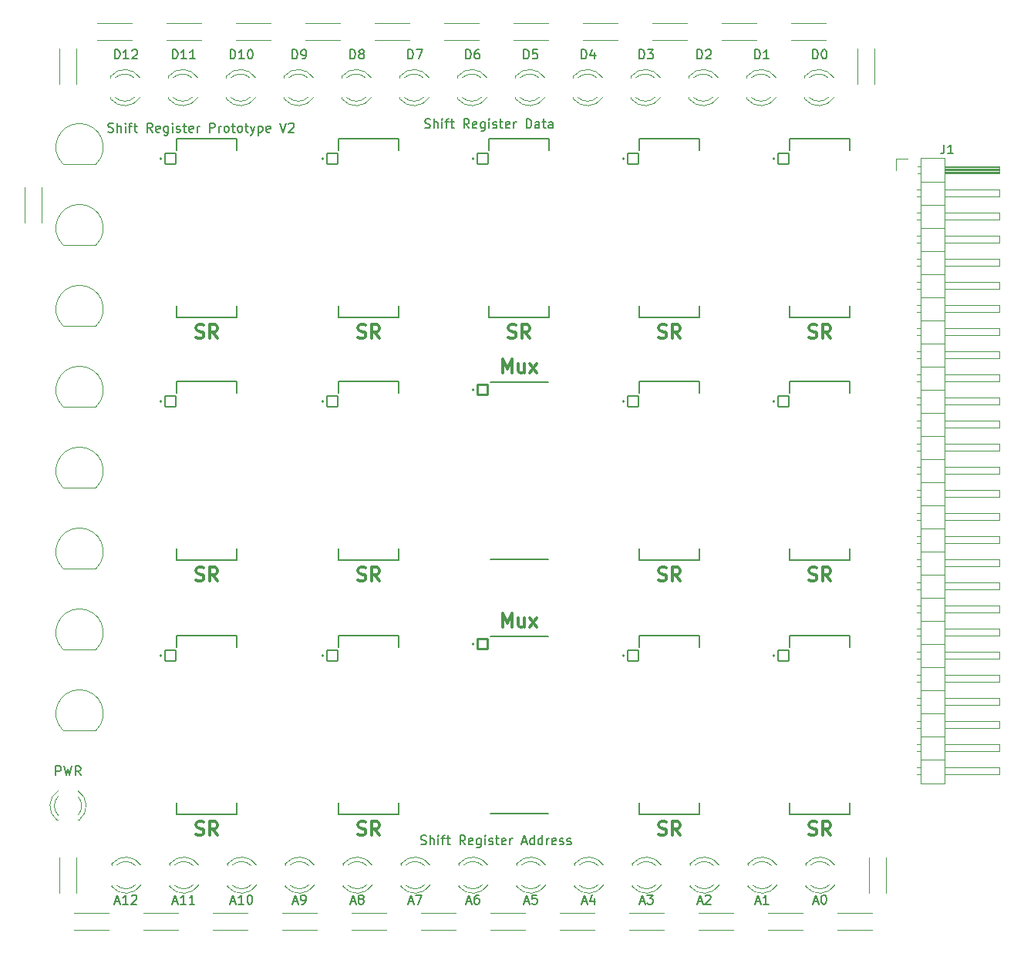
<source format=gto>
%TF.GenerationSoftware,KiCad,Pcbnew,(6.0.9)*%
%TF.CreationDate,2025-06-05T13:51:01-04:00*%
%TF.ProjectId,ShiftRegisterPrototypeV2,53686966-7452-4656-9769-737465725072,V2*%
%TF.SameCoordinates,Original*%
%TF.FileFunction,Legend,Top*%
%TF.FilePolarity,Positive*%
%FSLAX46Y46*%
G04 Gerber Fmt 4.6, Leading zero omitted, Abs format (unit mm)*
G04 Created by KiCad (PCBNEW (6.0.9)) date 2025-06-05 13:51:01*
%MOMM*%
%LPD*%
G01*
G04 APERTURE LIST*
G04 Aperture macros list*
%AMRoundRect*
0 Rectangle with rounded corners*
0 $1 Rounding radius*
0 $2 $3 $4 $5 $6 $7 $8 $9 X,Y pos of 4 corners*
0 Add a 4 corners polygon primitive as box body*
4,1,4,$2,$3,$4,$5,$6,$7,$8,$9,$2,$3,0*
0 Add four circle primitives for the rounded corners*
1,1,$1+$1,$2,$3*
1,1,$1+$1,$4,$5*
1,1,$1+$1,$6,$7*
1,1,$1+$1,$8,$9*
0 Add four rect primitives between the rounded corners*
20,1,$1+$1,$2,$3,$4,$5,0*
20,1,$1+$1,$4,$5,$6,$7,0*
20,1,$1+$1,$6,$7,$8,$9,0*
20,1,$1+$1,$8,$9,$2,$3,0*%
G04 Aperture macros list end*
%ADD10C,0.150000*%
%ADD11C,0.300000*%
%ADD12C,0.127000*%
%ADD13C,0.200000*%
%ADD14C,0.120000*%
%ADD15RoundRect,0.102000X-0.585000X-0.585000X0.585000X-0.585000X0.585000X0.585000X-0.585000X0.585000X0*%
%ADD16C,1.374000*%
%ADD17R,1.050000X1.500000*%
%ADD18O,1.050000X1.500000*%
%ADD19R,1.800000X1.800000*%
%ADD20C,1.800000*%
%ADD21C,1.400000*%
%ADD22O,1.400000X1.400000*%
%ADD23RoundRect,0.102000X-0.565000X-0.565000X0.565000X-0.565000X0.565000X0.565000X-0.565000X0.565000X0*%
%ADD24C,1.334000*%
%ADD25R,1.700000X1.700000*%
%ADD26O,1.700000X1.700000*%
G04 APERTURE END LIST*
D10*
X116809523Y-53744761D02*
X116952380Y-53792380D01*
X117190476Y-53792380D01*
X117285714Y-53744761D01*
X117333333Y-53697142D01*
X117380952Y-53601904D01*
X117380952Y-53506666D01*
X117333333Y-53411428D01*
X117285714Y-53363809D01*
X117190476Y-53316190D01*
X117000000Y-53268571D01*
X116904761Y-53220952D01*
X116857142Y-53173333D01*
X116809523Y-53078095D01*
X116809523Y-52982857D01*
X116857142Y-52887619D01*
X116904761Y-52840000D01*
X117000000Y-52792380D01*
X117238095Y-52792380D01*
X117380952Y-52840000D01*
X117809523Y-53792380D02*
X117809523Y-52792380D01*
X118238095Y-53792380D02*
X118238095Y-53268571D01*
X118190476Y-53173333D01*
X118095238Y-53125714D01*
X117952380Y-53125714D01*
X117857142Y-53173333D01*
X117809523Y-53220952D01*
X118714285Y-53792380D02*
X118714285Y-53125714D01*
X118714285Y-52792380D02*
X118666666Y-52840000D01*
X118714285Y-52887619D01*
X118761904Y-52840000D01*
X118714285Y-52792380D01*
X118714285Y-52887619D01*
X119047619Y-53125714D02*
X119428571Y-53125714D01*
X119190476Y-53792380D02*
X119190476Y-52935238D01*
X119238095Y-52840000D01*
X119333333Y-52792380D01*
X119428571Y-52792380D01*
X119619047Y-53125714D02*
X120000000Y-53125714D01*
X119761904Y-52792380D02*
X119761904Y-53649523D01*
X119809523Y-53744761D01*
X119904761Y-53792380D01*
X120000000Y-53792380D01*
X121666666Y-53792380D02*
X121333333Y-53316190D01*
X121095238Y-53792380D02*
X121095238Y-52792380D01*
X121476190Y-52792380D01*
X121571428Y-52840000D01*
X121619047Y-52887619D01*
X121666666Y-52982857D01*
X121666666Y-53125714D01*
X121619047Y-53220952D01*
X121571428Y-53268571D01*
X121476190Y-53316190D01*
X121095238Y-53316190D01*
X122476190Y-53744761D02*
X122380952Y-53792380D01*
X122190476Y-53792380D01*
X122095238Y-53744761D01*
X122047619Y-53649523D01*
X122047619Y-53268571D01*
X122095238Y-53173333D01*
X122190476Y-53125714D01*
X122380952Y-53125714D01*
X122476190Y-53173333D01*
X122523809Y-53268571D01*
X122523809Y-53363809D01*
X122047619Y-53459047D01*
X123380952Y-53125714D02*
X123380952Y-53935238D01*
X123333333Y-54030476D01*
X123285714Y-54078095D01*
X123190476Y-54125714D01*
X123047619Y-54125714D01*
X122952380Y-54078095D01*
X123380952Y-53744761D02*
X123285714Y-53792380D01*
X123095238Y-53792380D01*
X123000000Y-53744761D01*
X122952380Y-53697142D01*
X122904761Y-53601904D01*
X122904761Y-53316190D01*
X122952380Y-53220952D01*
X123000000Y-53173333D01*
X123095238Y-53125714D01*
X123285714Y-53125714D01*
X123380952Y-53173333D01*
X123857142Y-53792380D02*
X123857142Y-53125714D01*
X123857142Y-52792380D02*
X123809523Y-52840000D01*
X123857142Y-52887619D01*
X123904761Y-52840000D01*
X123857142Y-52792380D01*
X123857142Y-52887619D01*
X124285714Y-53744761D02*
X124380952Y-53792380D01*
X124571428Y-53792380D01*
X124666666Y-53744761D01*
X124714285Y-53649523D01*
X124714285Y-53601904D01*
X124666666Y-53506666D01*
X124571428Y-53459047D01*
X124428571Y-53459047D01*
X124333333Y-53411428D01*
X124285714Y-53316190D01*
X124285714Y-53268571D01*
X124333333Y-53173333D01*
X124428571Y-53125714D01*
X124571428Y-53125714D01*
X124666666Y-53173333D01*
X125000000Y-53125714D02*
X125380952Y-53125714D01*
X125142857Y-52792380D02*
X125142857Y-53649523D01*
X125190476Y-53744761D01*
X125285714Y-53792380D01*
X125380952Y-53792380D01*
X126095238Y-53744761D02*
X126000000Y-53792380D01*
X125809523Y-53792380D01*
X125714285Y-53744761D01*
X125666666Y-53649523D01*
X125666666Y-53268571D01*
X125714285Y-53173333D01*
X125809523Y-53125714D01*
X126000000Y-53125714D01*
X126095238Y-53173333D01*
X126142857Y-53268571D01*
X126142857Y-53363809D01*
X125666666Y-53459047D01*
X126571428Y-53792380D02*
X126571428Y-53125714D01*
X126571428Y-53316190D02*
X126619047Y-53220952D01*
X126666666Y-53173333D01*
X126761904Y-53125714D01*
X126857142Y-53125714D01*
X127952380Y-53792380D02*
X127952380Y-52792380D01*
X128333333Y-52792380D01*
X128428571Y-52840000D01*
X128476190Y-52887619D01*
X128523809Y-52982857D01*
X128523809Y-53125714D01*
X128476190Y-53220952D01*
X128428571Y-53268571D01*
X128333333Y-53316190D01*
X127952380Y-53316190D01*
X128952380Y-53792380D02*
X128952380Y-53125714D01*
X128952380Y-53316190D02*
X128999999Y-53220952D01*
X129047619Y-53173333D01*
X129142857Y-53125714D01*
X129238095Y-53125714D01*
X129714285Y-53792380D02*
X129619047Y-53744761D01*
X129571428Y-53697142D01*
X129523809Y-53601904D01*
X129523809Y-53316190D01*
X129571428Y-53220952D01*
X129619047Y-53173333D01*
X129714285Y-53125714D01*
X129857142Y-53125714D01*
X129952380Y-53173333D01*
X129999999Y-53220952D01*
X130047619Y-53316190D01*
X130047619Y-53601904D01*
X129999999Y-53697142D01*
X129952380Y-53744761D01*
X129857142Y-53792380D01*
X129714285Y-53792380D01*
X130333333Y-53125714D02*
X130714285Y-53125714D01*
X130476190Y-52792380D02*
X130476190Y-53649523D01*
X130523809Y-53744761D01*
X130619047Y-53792380D01*
X130714285Y-53792380D01*
X131190476Y-53792380D02*
X131095238Y-53744761D01*
X131047619Y-53697142D01*
X130999999Y-53601904D01*
X130999999Y-53316190D01*
X131047619Y-53220952D01*
X131095238Y-53173333D01*
X131190476Y-53125714D01*
X131333333Y-53125714D01*
X131428571Y-53173333D01*
X131476190Y-53220952D01*
X131523809Y-53316190D01*
X131523809Y-53601904D01*
X131476190Y-53697142D01*
X131428571Y-53744761D01*
X131333333Y-53792380D01*
X131190476Y-53792380D01*
X131809523Y-53125714D02*
X132190476Y-53125714D01*
X131952380Y-52792380D02*
X131952380Y-53649523D01*
X131999999Y-53744761D01*
X132095238Y-53792380D01*
X132190476Y-53792380D01*
X132428571Y-53125714D02*
X132666666Y-53792380D01*
X132904761Y-53125714D02*
X132666666Y-53792380D01*
X132571428Y-54030476D01*
X132523809Y-54078095D01*
X132428571Y-54125714D01*
X133285714Y-53125714D02*
X133285714Y-54125714D01*
X133285714Y-53173333D02*
X133380952Y-53125714D01*
X133571428Y-53125714D01*
X133666666Y-53173333D01*
X133714285Y-53220952D01*
X133761904Y-53316190D01*
X133761904Y-53601904D01*
X133714285Y-53697142D01*
X133666666Y-53744761D01*
X133571428Y-53792380D01*
X133380952Y-53792380D01*
X133285714Y-53744761D01*
X134571428Y-53744761D02*
X134476190Y-53792380D01*
X134285714Y-53792380D01*
X134190476Y-53744761D01*
X134142857Y-53649523D01*
X134142857Y-53268571D01*
X134190476Y-53173333D01*
X134285714Y-53125714D01*
X134476190Y-53125714D01*
X134571428Y-53173333D01*
X134619047Y-53268571D01*
X134619047Y-53363809D01*
X134142857Y-53459047D01*
X135666666Y-52792380D02*
X136000000Y-53792380D01*
X136333333Y-52792380D01*
X136619047Y-52887619D02*
X136666666Y-52840000D01*
X136761904Y-52792380D01*
X137000000Y-52792380D01*
X137095238Y-52840000D01*
X137142857Y-52887619D01*
X137190476Y-52982857D01*
X137190476Y-53078095D01*
X137142857Y-53220952D01*
X136571428Y-53792380D01*
X137190476Y-53792380D01*
X181530714Y-138336666D02*
X182006904Y-138336666D01*
X181435476Y-138622380D02*
X181768809Y-137622380D01*
X182102142Y-138622380D01*
X182387857Y-137717619D02*
X182435476Y-137670000D01*
X182530714Y-137622380D01*
X182768809Y-137622380D01*
X182864047Y-137670000D01*
X182911666Y-137717619D01*
X182959285Y-137812857D01*
X182959285Y-137908095D01*
X182911666Y-138050952D01*
X182340238Y-138622380D01*
X182959285Y-138622380D01*
D11*
X177256428Y-103027142D02*
X177470714Y-103098571D01*
X177827857Y-103098571D01*
X177970714Y-103027142D01*
X178042142Y-102955714D01*
X178113571Y-102812857D01*
X178113571Y-102670000D01*
X178042142Y-102527142D01*
X177970714Y-102455714D01*
X177827857Y-102384285D01*
X177542142Y-102312857D01*
X177399285Y-102241428D01*
X177327857Y-102170000D01*
X177256428Y-102027142D01*
X177256428Y-101884285D01*
X177327857Y-101741428D01*
X177399285Y-101670000D01*
X177542142Y-101598571D01*
X177899285Y-101598571D01*
X178113571Y-101670000D01*
X179613571Y-103098571D02*
X179113571Y-102384285D01*
X178756428Y-103098571D02*
X178756428Y-101598571D01*
X179327857Y-101598571D01*
X179470714Y-101670000D01*
X179542142Y-101741428D01*
X179613571Y-101884285D01*
X179613571Y-102098571D01*
X179542142Y-102241428D01*
X179470714Y-102312857D01*
X179327857Y-102384285D01*
X178756428Y-102384285D01*
D10*
X143430714Y-138336666D02*
X143906904Y-138336666D01*
X143335476Y-138622380D02*
X143668809Y-137622380D01*
X144002142Y-138622380D01*
X144478333Y-138050952D02*
X144383095Y-138003333D01*
X144335476Y-137955714D01*
X144287857Y-137860476D01*
X144287857Y-137812857D01*
X144335476Y-137717619D01*
X144383095Y-137670000D01*
X144478333Y-137622380D01*
X144668809Y-137622380D01*
X144764047Y-137670000D01*
X144811666Y-137717619D01*
X144859285Y-137812857D01*
X144859285Y-137860476D01*
X144811666Y-137955714D01*
X144764047Y-138003333D01*
X144668809Y-138050952D01*
X144478333Y-138050952D01*
X144383095Y-138098571D01*
X144335476Y-138146190D01*
X144287857Y-138241428D01*
X144287857Y-138431904D01*
X144335476Y-138527142D01*
X144383095Y-138574761D01*
X144478333Y-138622380D01*
X144668809Y-138622380D01*
X144764047Y-138574761D01*
X144811666Y-138527142D01*
X144859285Y-138431904D01*
X144859285Y-138241428D01*
X144811666Y-138146190D01*
X144764047Y-138098571D01*
X144668809Y-138050952D01*
X175180714Y-138336666D02*
X175656904Y-138336666D01*
X175085476Y-138622380D02*
X175418809Y-137622380D01*
X175752142Y-138622380D01*
X175990238Y-137622380D02*
X176609285Y-137622380D01*
X176275952Y-138003333D01*
X176418809Y-138003333D01*
X176514047Y-138050952D01*
X176561666Y-138098571D01*
X176609285Y-138193809D01*
X176609285Y-138431904D01*
X176561666Y-138527142D01*
X176514047Y-138574761D01*
X176418809Y-138622380D01*
X176133095Y-138622380D01*
X176037857Y-138574761D01*
X175990238Y-138527142D01*
X175136856Y-45722380D02*
X175136856Y-44722380D01*
X175374952Y-44722380D01*
X175517809Y-44770000D01*
X175613047Y-44865238D01*
X175660666Y-44960476D01*
X175708285Y-45150952D01*
X175708285Y-45293809D01*
X175660666Y-45484285D01*
X175613047Y-45579523D01*
X175517809Y-45674761D01*
X175374952Y-45722380D01*
X175136856Y-45722380D01*
X176041618Y-44722380D02*
X176660666Y-44722380D01*
X176327332Y-45103333D01*
X176470190Y-45103333D01*
X176565428Y-45150952D01*
X176613047Y-45198571D01*
X176660666Y-45293809D01*
X176660666Y-45531904D01*
X176613047Y-45627142D01*
X176565428Y-45674761D01*
X176470190Y-45722380D01*
X176184475Y-45722380D01*
X176089237Y-45674761D01*
X176041618Y-45627142D01*
D11*
X177256428Y-130967142D02*
X177470714Y-131038571D01*
X177827857Y-131038571D01*
X177970714Y-130967142D01*
X178042142Y-130895714D01*
X178113571Y-130752857D01*
X178113571Y-130610000D01*
X178042142Y-130467142D01*
X177970714Y-130395714D01*
X177827857Y-130324285D01*
X177542142Y-130252857D01*
X177399285Y-130181428D01*
X177327857Y-130110000D01*
X177256428Y-129967142D01*
X177256428Y-129824285D01*
X177327857Y-129681428D01*
X177399285Y-129610000D01*
X177542142Y-129538571D01*
X177899285Y-129538571D01*
X178113571Y-129610000D01*
X179613571Y-131038571D02*
X179113571Y-130324285D01*
X178756428Y-131038571D02*
X178756428Y-129538571D01*
X179327857Y-129538571D01*
X179470714Y-129610000D01*
X179542142Y-129681428D01*
X179613571Y-129824285D01*
X179613571Y-130038571D01*
X179542142Y-130181428D01*
X179470714Y-130252857D01*
X179327857Y-130324285D01*
X178756428Y-130324285D01*
X177256428Y-76357142D02*
X177470714Y-76428571D01*
X177827857Y-76428571D01*
X177970714Y-76357142D01*
X178042142Y-76285714D01*
X178113571Y-76142857D01*
X178113571Y-76000000D01*
X178042142Y-75857142D01*
X177970714Y-75785714D01*
X177827857Y-75714285D01*
X177542142Y-75642857D01*
X177399285Y-75571428D01*
X177327857Y-75500000D01*
X177256428Y-75357142D01*
X177256428Y-75214285D01*
X177327857Y-75071428D01*
X177399285Y-75000000D01*
X177542142Y-74928571D01*
X177899285Y-74928571D01*
X178113571Y-75000000D01*
X179613571Y-76428571D02*
X179113571Y-75714285D01*
X178756428Y-76428571D02*
X178756428Y-74928571D01*
X179327857Y-74928571D01*
X179470714Y-75000000D01*
X179542142Y-75071428D01*
X179613571Y-75214285D01*
X179613571Y-75428571D01*
X179542142Y-75571428D01*
X179470714Y-75642857D01*
X179327857Y-75714285D01*
X178756428Y-75714285D01*
X126456428Y-103027142D02*
X126670714Y-103098571D01*
X127027857Y-103098571D01*
X127170714Y-103027142D01*
X127242142Y-102955714D01*
X127313571Y-102812857D01*
X127313571Y-102670000D01*
X127242142Y-102527142D01*
X127170714Y-102455714D01*
X127027857Y-102384285D01*
X126742142Y-102312857D01*
X126599285Y-102241428D01*
X126527857Y-102170000D01*
X126456428Y-102027142D01*
X126456428Y-101884285D01*
X126527857Y-101741428D01*
X126599285Y-101670000D01*
X126742142Y-101598571D01*
X127099285Y-101598571D01*
X127313571Y-101670000D01*
X128813571Y-103098571D02*
X128313571Y-102384285D01*
X127956428Y-103098571D02*
X127956428Y-101598571D01*
X128527857Y-101598571D01*
X128670714Y-101670000D01*
X128742142Y-101741428D01*
X128813571Y-101884285D01*
X128813571Y-102098571D01*
X128742142Y-102241428D01*
X128670714Y-102312857D01*
X128527857Y-102384285D01*
X127956428Y-102384285D01*
D10*
X187880714Y-138336666D02*
X188356904Y-138336666D01*
X187785476Y-138622380D02*
X188118809Y-137622380D01*
X188452142Y-138622380D01*
X189309285Y-138622380D02*
X188737857Y-138622380D01*
X189023571Y-138622380D02*
X189023571Y-137622380D01*
X188928333Y-137765238D01*
X188833095Y-137860476D01*
X188737857Y-137908095D01*
X111061666Y-124462380D02*
X111061666Y-123462380D01*
X111442619Y-123462380D01*
X111537857Y-123510000D01*
X111585476Y-123557619D01*
X111633095Y-123652857D01*
X111633095Y-123795714D01*
X111585476Y-123890952D01*
X111537857Y-123938571D01*
X111442619Y-123986190D01*
X111061666Y-123986190D01*
X111966428Y-123462380D02*
X112204523Y-124462380D01*
X112395000Y-123748095D01*
X112585476Y-124462380D01*
X112823571Y-123462380D01*
X113775952Y-124462380D02*
X113442619Y-123986190D01*
X113204523Y-124462380D02*
X113204523Y-123462380D01*
X113585476Y-123462380D01*
X113680714Y-123510000D01*
X113728333Y-123557619D01*
X113775952Y-123652857D01*
X113775952Y-123795714D01*
X113728333Y-123890952D01*
X113680714Y-123938571D01*
X113585476Y-123986190D01*
X113204523Y-123986190D01*
X130254523Y-138336666D02*
X130730714Y-138336666D01*
X130159285Y-138622380D02*
X130492619Y-137622380D01*
X130825952Y-138622380D01*
X131683095Y-138622380D02*
X131111666Y-138622380D01*
X131397380Y-138622380D02*
X131397380Y-137622380D01*
X131302142Y-137765238D01*
X131206904Y-137860476D01*
X131111666Y-137908095D01*
X132302142Y-137622380D02*
X132397380Y-137622380D01*
X132492619Y-137670000D01*
X132540238Y-137717619D01*
X132587857Y-137812857D01*
X132635476Y-138003333D01*
X132635476Y-138241428D01*
X132587857Y-138431904D01*
X132540238Y-138527142D01*
X132492619Y-138574761D01*
X132397380Y-138622380D01*
X132302142Y-138622380D01*
X132206904Y-138574761D01*
X132159285Y-138527142D01*
X132111666Y-138431904D01*
X132064047Y-138241428D01*
X132064047Y-138003333D01*
X132111666Y-137812857D01*
X132159285Y-137717619D01*
X132206904Y-137670000D01*
X132302142Y-137622380D01*
X181486856Y-45722380D02*
X181486856Y-44722380D01*
X181724952Y-44722380D01*
X181867809Y-44770000D01*
X181963047Y-44865238D01*
X182010666Y-44960476D01*
X182058285Y-45150952D01*
X182058285Y-45293809D01*
X182010666Y-45484285D01*
X181963047Y-45579523D01*
X181867809Y-45674761D01*
X181724952Y-45722380D01*
X181486856Y-45722380D01*
X182439237Y-44817619D02*
X182486856Y-44770000D01*
X182582094Y-44722380D01*
X182820190Y-44722380D01*
X182915428Y-44770000D01*
X182963047Y-44817619D01*
X183010666Y-44912857D01*
X183010666Y-45008095D01*
X182963047Y-45150952D01*
X182391618Y-45722380D01*
X183010666Y-45722380D01*
D11*
X160139285Y-80238571D02*
X160139285Y-78738571D01*
X160639285Y-79810000D01*
X161139285Y-78738571D01*
X161139285Y-80238571D01*
X162496428Y-79238571D02*
X162496428Y-80238571D01*
X161853571Y-79238571D02*
X161853571Y-80024285D01*
X161925000Y-80167142D01*
X162067857Y-80238571D01*
X162282142Y-80238571D01*
X162425000Y-80167142D01*
X162496428Y-80095714D01*
X163067857Y-80238571D02*
X163853571Y-79238571D01*
X163067857Y-79238571D02*
X163853571Y-80238571D01*
D10*
X162480714Y-138336666D02*
X162956904Y-138336666D01*
X162385476Y-138622380D02*
X162718809Y-137622380D01*
X163052142Y-138622380D01*
X163861666Y-137622380D02*
X163385476Y-137622380D01*
X163337857Y-138098571D01*
X163385476Y-138050952D01*
X163480714Y-138003333D01*
X163718809Y-138003333D01*
X163814047Y-138050952D01*
X163861666Y-138098571D01*
X163909285Y-138193809D01*
X163909285Y-138431904D01*
X163861666Y-138527142D01*
X163814047Y-138574761D01*
X163718809Y-138622380D01*
X163480714Y-138622380D01*
X163385476Y-138574761D01*
X163337857Y-138527142D01*
D11*
X126456428Y-76357142D02*
X126670714Y-76428571D01*
X127027857Y-76428571D01*
X127170714Y-76357142D01*
X127242142Y-76285714D01*
X127313571Y-76142857D01*
X127313571Y-76000000D01*
X127242142Y-75857142D01*
X127170714Y-75785714D01*
X127027857Y-75714285D01*
X126742142Y-75642857D01*
X126599285Y-75571428D01*
X126527857Y-75500000D01*
X126456428Y-75357142D01*
X126456428Y-75214285D01*
X126527857Y-75071428D01*
X126599285Y-75000000D01*
X126742142Y-74928571D01*
X127099285Y-74928571D01*
X127313571Y-75000000D01*
X128813571Y-76428571D02*
X128313571Y-75714285D01*
X127956428Y-76428571D02*
X127956428Y-74928571D01*
X128527857Y-74928571D01*
X128670714Y-75000000D01*
X128742142Y-75071428D01*
X128813571Y-75214285D01*
X128813571Y-75428571D01*
X128742142Y-75571428D01*
X128670714Y-75642857D01*
X128527857Y-75714285D01*
X127956428Y-75714285D01*
D10*
X168786856Y-45722380D02*
X168786856Y-44722380D01*
X169024952Y-44722380D01*
X169167809Y-44770000D01*
X169263047Y-44865238D01*
X169310666Y-44960476D01*
X169358285Y-45150952D01*
X169358285Y-45293809D01*
X169310666Y-45484285D01*
X169263047Y-45579523D01*
X169167809Y-45674761D01*
X169024952Y-45722380D01*
X168786856Y-45722380D01*
X170215428Y-45055714D02*
X170215428Y-45722380D01*
X169977332Y-44674761D02*
X169739237Y-45389047D01*
X170358285Y-45389047D01*
X123904523Y-138336666D02*
X124380714Y-138336666D01*
X123809285Y-138622380D02*
X124142619Y-137622380D01*
X124475952Y-138622380D01*
X125333095Y-138622380D02*
X124761666Y-138622380D01*
X125047380Y-138622380D02*
X125047380Y-137622380D01*
X124952142Y-137765238D01*
X124856904Y-137860476D01*
X124761666Y-137908095D01*
X126285476Y-138622380D02*
X125714047Y-138622380D01*
X125999761Y-138622380D02*
X125999761Y-137622380D01*
X125904523Y-137765238D01*
X125809285Y-137860476D01*
X125714047Y-137908095D01*
X143386856Y-45722380D02*
X143386856Y-44722380D01*
X143624952Y-44722380D01*
X143767809Y-44770000D01*
X143863047Y-44865238D01*
X143910666Y-44960476D01*
X143958285Y-45150952D01*
X143958285Y-45293809D01*
X143910666Y-45484285D01*
X143863047Y-45579523D01*
X143767809Y-45674761D01*
X143624952Y-45722380D01*
X143386856Y-45722380D01*
X144529713Y-45150952D02*
X144434475Y-45103333D01*
X144386856Y-45055714D01*
X144339237Y-44960476D01*
X144339237Y-44912857D01*
X144386856Y-44817619D01*
X144434475Y-44770000D01*
X144529713Y-44722380D01*
X144720190Y-44722380D01*
X144815428Y-44770000D01*
X144863047Y-44817619D01*
X144910666Y-44912857D01*
X144910666Y-44960476D01*
X144863047Y-45055714D01*
X144815428Y-45103333D01*
X144720190Y-45150952D01*
X144529713Y-45150952D01*
X144434475Y-45198571D01*
X144386856Y-45246190D01*
X144339237Y-45341428D01*
X144339237Y-45531904D01*
X144386856Y-45627142D01*
X144434475Y-45674761D01*
X144529713Y-45722380D01*
X144720190Y-45722380D01*
X144815428Y-45674761D01*
X144863047Y-45627142D01*
X144910666Y-45531904D01*
X144910666Y-45341428D01*
X144863047Y-45246190D01*
X144815428Y-45198571D01*
X144720190Y-45150952D01*
D11*
X160746428Y-76357142D02*
X160960714Y-76428571D01*
X161317857Y-76428571D01*
X161460714Y-76357142D01*
X161532142Y-76285714D01*
X161603571Y-76142857D01*
X161603571Y-76000000D01*
X161532142Y-75857142D01*
X161460714Y-75785714D01*
X161317857Y-75714285D01*
X161032142Y-75642857D01*
X160889285Y-75571428D01*
X160817857Y-75500000D01*
X160746428Y-75357142D01*
X160746428Y-75214285D01*
X160817857Y-75071428D01*
X160889285Y-75000000D01*
X161032142Y-74928571D01*
X161389285Y-74928571D01*
X161603571Y-75000000D01*
X163103571Y-76428571D02*
X162603571Y-75714285D01*
X162246428Y-76428571D02*
X162246428Y-74928571D01*
X162817857Y-74928571D01*
X162960714Y-75000000D01*
X163032142Y-75071428D01*
X163103571Y-75214285D01*
X163103571Y-75428571D01*
X163032142Y-75571428D01*
X162960714Y-75642857D01*
X162817857Y-75714285D01*
X162246428Y-75714285D01*
D10*
X137036856Y-45722380D02*
X137036856Y-44722380D01*
X137274952Y-44722380D01*
X137417809Y-44770000D01*
X137513047Y-44865238D01*
X137560666Y-44960476D01*
X137608285Y-45150952D01*
X137608285Y-45293809D01*
X137560666Y-45484285D01*
X137513047Y-45579523D01*
X137417809Y-45674761D01*
X137274952Y-45722380D01*
X137036856Y-45722380D01*
X138084475Y-45722380D02*
X138274952Y-45722380D01*
X138370190Y-45674761D01*
X138417809Y-45627142D01*
X138513047Y-45484285D01*
X138560666Y-45293809D01*
X138560666Y-44912857D01*
X138513047Y-44817619D01*
X138465428Y-44770000D01*
X138370190Y-44722380D01*
X138179713Y-44722380D01*
X138084475Y-44770000D01*
X138036856Y-44817619D01*
X137989237Y-44912857D01*
X137989237Y-45150952D01*
X138036856Y-45246190D01*
X138084475Y-45293809D01*
X138179713Y-45341428D01*
X138370190Y-45341428D01*
X138465428Y-45293809D01*
X138513047Y-45246190D01*
X138560666Y-45150952D01*
X151146904Y-132034761D02*
X151289761Y-132082380D01*
X151527857Y-132082380D01*
X151623095Y-132034761D01*
X151670714Y-131987142D01*
X151718333Y-131891904D01*
X151718333Y-131796666D01*
X151670714Y-131701428D01*
X151623095Y-131653809D01*
X151527857Y-131606190D01*
X151337380Y-131558571D01*
X151242142Y-131510952D01*
X151194523Y-131463333D01*
X151146904Y-131368095D01*
X151146904Y-131272857D01*
X151194523Y-131177619D01*
X151242142Y-131130000D01*
X151337380Y-131082380D01*
X151575476Y-131082380D01*
X151718333Y-131130000D01*
X152146904Y-132082380D02*
X152146904Y-131082380D01*
X152575476Y-132082380D02*
X152575476Y-131558571D01*
X152527857Y-131463333D01*
X152432619Y-131415714D01*
X152289761Y-131415714D01*
X152194523Y-131463333D01*
X152146904Y-131510952D01*
X153051666Y-132082380D02*
X153051666Y-131415714D01*
X153051666Y-131082380D02*
X153004047Y-131130000D01*
X153051666Y-131177619D01*
X153099285Y-131130000D01*
X153051666Y-131082380D01*
X153051666Y-131177619D01*
X153385000Y-131415714D02*
X153765952Y-131415714D01*
X153527857Y-132082380D02*
X153527857Y-131225238D01*
X153575476Y-131130000D01*
X153670714Y-131082380D01*
X153765952Y-131082380D01*
X153956428Y-131415714D02*
X154337380Y-131415714D01*
X154099285Y-131082380D02*
X154099285Y-131939523D01*
X154146904Y-132034761D01*
X154242142Y-132082380D01*
X154337380Y-132082380D01*
X156004047Y-132082380D02*
X155670714Y-131606190D01*
X155432619Y-132082380D02*
X155432619Y-131082380D01*
X155813571Y-131082380D01*
X155908809Y-131130000D01*
X155956428Y-131177619D01*
X156004047Y-131272857D01*
X156004047Y-131415714D01*
X155956428Y-131510952D01*
X155908809Y-131558571D01*
X155813571Y-131606190D01*
X155432619Y-131606190D01*
X156813571Y-132034761D02*
X156718333Y-132082380D01*
X156527857Y-132082380D01*
X156432619Y-132034761D01*
X156385000Y-131939523D01*
X156385000Y-131558571D01*
X156432619Y-131463333D01*
X156527857Y-131415714D01*
X156718333Y-131415714D01*
X156813571Y-131463333D01*
X156861190Y-131558571D01*
X156861190Y-131653809D01*
X156385000Y-131749047D01*
X157718333Y-131415714D02*
X157718333Y-132225238D01*
X157670714Y-132320476D01*
X157623095Y-132368095D01*
X157527857Y-132415714D01*
X157385000Y-132415714D01*
X157289761Y-132368095D01*
X157718333Y-132034761D02*
X157623095Y-132082380D01*
X157432619Y-132082380D01*
X157337380Y-132034761D01*
X157289761Y-131987142D01*
X157242142Y-131891904D01*
X157242142Y-131606190D01*
X157289761Y-131510952D01*
X157337380Y-131463333D01*
X157432619Y-131415714D01*
X157623095Y-131415714D01*
X157718333Y-131463333D01*
X158194523Y-132082380D02*
X158194523Y-131415714D01*
X158194523Y-131082380D02*
X158146904Y-131130000D01*
X158194523Y-131177619D01*
X158242142Y-131130000D01*
X158194523Y-131082380D01*
X158194523Y-131177619D01*
X158623095Y-132034761D02*
X158718333Y-132082380D01*
X158908809Y-132082380D01*
X159004047Y-132034761D01*
X159051666Y-131939523D01*
X159051666Y-131891904D01*
X159004047Y-131796666D01*
X158908809Y-131749047D01*
X158765952Y-131749047D01*
X158670714Y-131701428D01*
X158623095Y-131606190D01*
X158623095Y-131558571D01*
X158670714Y-131463333D01*
X158765952Y-131415714D01*
X158908809Y-131415714D01*
X159004047Y-131463333D01*
X159337380Y-131415714D02*
X159718333Y-131415714D01*
X159480238Y-131082380D02*
X159480238Y-131939523D01*
X159527857Y-132034761D01*
X159623095Y-132082380D01*
X159718333Y-132082380D01*
X160432619Y-132034761D02*
X160337380Y-132082380D01*
X160146904Y-132082380D01*
X160051666Y-132034761D01*
X160004047Y-131939523D01*
X160004047Y-131558571D01*
X160051666Y-131463333D01*
X160146904Y-131415714D01*
X160337380Y-131415714D01*
X160432619Y-131463333D01*
X160480238Y-131558571D01*
X160480238Y-131653809D01*
X160004047Y-131749047D01*
X160908809Y-132082380D02*
X160908809Y-131415714D01*
X160908809Y-131606190D02*
X160956428Y-131510952D01*
X161004047Y-131463333D01*
X161099285Y-131415714D01*
X161194523Y-131415714D01*
X162242142Y-131796666D02*
X162718333Y-131796666D01*
X162146904Y-132082380D02*
X162480238Y-131082380D01*
X162813571Y-132082380D01*
X163575476Y-132082380D02*
X163575476Y-131082380D01*
X163575476Y-132034761D02*
X163480238Y-132082380D01*
X163289761Y-132082380D01*
X163194523Y-132034761D01*
X163146904Y-131987142D01*
X163099285Y-131891904D01*
X163099285Y-131606190D01*
X163146904Y-131510952D01*
X163194523Y-131463333D01*
X163289761Y-131415714D01*
X163480238Y-131415714D01*
X163575476Y-131463333D01*
X164480238Y-132082380D02*
X164480238Y-131082380D01*
X164480238Y-132034761D02*
X164385000Y-132082380D01*
X164194523Y-132082380D01*
X164099285Y-132034761D01*
X164051666Y-131987142D01*
X164004047Y-131891904D01*
X164004047Y-131606190D01*
X164051666Y-131510952D01*
X164099285Y-131463333D01*
X164194523Y-131415714D01*
X164385000Y-131415714D01*
X164480238Y-131463333D01*
X164956428Y-132082380D02*
X164956428Y-131415714D01*
X164956428Y-131606190D02*
X165004047Y-131510952D01*
X165051666Y-131463333D01*
X165146904Y-131415714D01*
X165242142Y-131415714D01*
X165956428Y-132034761D02*
X165861190Y-132082380D01*
X165670714Y-132082380D01*
X165575476Y-132034761D01*
X165527857Y-131939523D01*
X165527857Y-131558571D01*
X165575476Y-131463333D01*
X165670714Y-131415714D01*
X165861190Y-131415714D01*
X165956428Y-131463333D01*
X166004047Y-131558571D01*
X166004047Y-131653809D01*
X165527857Y-131749047D01*
X166385000Y-132034761D02*
X166480238Y-132082380D01*
X166670714Y-132082380D01*
X166765952Y-132034761D01*
X166813571Y-131939523D01*
X166813571Y-131891904D01*
X166765952Y-131796666D01*
X166670714Y-131749047D01*
X166527857Y-131749047D01*
X166432619Y-131701428D01*
X166385000Y-131606190D01*
X166385000Y-131558571D01*
X166432619Y-131463333D01*
X166527857Y-131415714D01*
X166670714Y-131415714D01*
X166765952Y-131463333D01*
X167194523Y-132034761D02*
X167289761Y-132082380D01*
X167480238Y-132082380D01*
X167575476Y-132034761D01*
X167623095Y-131939523D01*
X167623095Y-131891904D01*
X167575476Y-131796666D01*
X167480238Y-131749047D01*
X167337380Y-131749047D01*
X167242142Y-131701428D01*
X167194523Y-131606190D01*
X167194523Y-131558571D01*
X167242142Y-131463333D01*
X167337380Y-131415714D01*
X167480238Y-131415714D01*
X167575476Y-131463333D01*
D11*
X193766428Y-103027142D02*
X193980714Y-103098571D01*
X194337857Y-103098571D01*
X194480714Y-103027142D01*
X194552142Y-102955714D01*
X194623571Y-102812857D01*
X194623571Y-102670000D01*
X194552142Y-102527142D01*
X194480714Y-102455714D01*
X194337857Y-102384285D01*
X194052142Y-102312857D01*
X193909285Y-102241428D01*
X193837857Y-102170000D01*
X193766428Y-102027142D01*
X193766428Y-101884285D01*
X193837857Y-101741428D01*
X193909285Y-101670000D01*
X194052142Y-101598571D01*
X194409285Y-101598571D01*
X194623571Y-101670000D01*
X196123571Y-103098571D02*
X195623571Y-102384285D01*
X195266428Y-103098571D02*
X195266428Y-101598571D01*
X195837857Y-101598571D01*
X195980714Y-101670000D01*
X196052142Y-101741428D01*
X196123571Y-101884285D01*
X196123571Y-102098571D01*
X196052142Y-102241428D01*
X195980714Y-102312857D01*
X195837857Y-102384285D01*
X195266428Y-102384285D01*
D10*
X151577380Y-53294761D02*
X151720238Y-53342380D01*
X151958333Y-53342380D01*
X152053571Y-53294761D01*
X152101190Y-53247142D01*
X152148809Y-53151904D01*
X152148809Y-53056666D01*
X152101190Y-52961428D01*
X152053571Y-52913809D01*
X151958333Y-52866190D01*
X151767857Y-52818571D01*
X151672619Y-52770952D01*
X151625000Y-52723333D01*
X151577380Y-52628095D01*
X151577380Y-52532857D01*
X151625000Y-52437619D01*
X151672619Y-52390000D01*
X151767857Y-52342380D01*
X152005952Y-52342380D01*
X152148809Y-52390000D01*
X152577380Y-53342380D02*
X152577380Y-52342380D01*
X153005952Y-53342380D02*
X153005952Y-52818571D01*
X152958333Y-52723333D01*
X152863095Y-52675714D01*
X152720238Y-52675714D01*
X152625000Y-52723333D01*
X152577380Y-52770952D01*
X153482142Y-53342380D02*
X153482142Y-52675714D01*
X153482142Y-52342380D02*
X153434523Y-52390000D01*
X153482142Y-52437619D01*
X153529761Y-52390000D01*
X153482142Y-52342380D01*
X153482142Y-52437619D01*
X153815476Y-52675714D02*
X154196428Y-52675714D01*
X153958333Y-53342380D02*
X153958333Y-52485238D01*
X154005952Y-52390000D01*
X154101190Y-52342380D01*
X154196428Y-52342380D01*
X154386904Y-52675714D02*
X154767857Y-52675714D01*
X154529761Y-52342380D02*
X154529761Y-53199523D01*
X154577380Y-53294761D01*
X154672619Y-53342380D01*
X154767857Y-53342380D01*
X156434523Y-53342380D02*
X156101190Y-52866190D01*
X155863095Y-53342380D02*
X155863095Y-52342380D01*
X156244047Y-52342380D01*
X156339285Y-52390000D01*
X156386904Y-52437619D01*
X156434523Y-52532857D01*
X156434523Y-52675714D01*
X156386904Y-52770952D01*
X156339285Y-52818571D01*
X156244047Y-52866190D01*
X155863095Y-52866190D01*
X157244047Y-53294761D02*
X157148809Y-53342380D01*
X156958333Y-53342380D01*
X156863095Y-53294761D01*
X156815476Y-53199523D01*
X156815476Y-52818571D01*
X156863095Y-52723333D01*
X156958333Y-52675714D01*
X157148809Y-52675714D01*
X157244047Y-52723333D01*
X157291666Y-52818571D01*
X157291666Y-52913809D01*
X156815476Y-53009047D01*
X158148809Y-52675714D02*
X158148809Y-53485238D01*
X158101190Y-53580476D01*
X158053571Y-53628095D01*
X157958333Y-53675714D01*
X157815476Y-53675714D01*
X157720238Y-53628095D01*
X158148809Y-53294761D02*
X158053571Y-53342380D01*
X157863095Y-53342380D01*
X157767857Y-53294761D01*
X157720238Y-53247142D01*
X157672619Y-53151904D01*
X157672619Y-52866190D01*
X157720238Y-52770952D01*
X157767857Y-52723333D01*
X157863095Y-52675714D01*
X158053571Y-52675714D01*
X158148809Y-52723333D01*
X158625000Y-53342380D02*
X158625000Y-52675714D01*
X158625000Y-52342380D02*
X158577380Y-52390000D01*
X158625000Y-52437619D01*
X158672619Y-52390000D01*
X158625000Y-52342380D01*
X158625000Y-52437619D01*
X159053571Y-53294761D02*
X159148809Y-53342380D01*
X159339285Y-53342380D01*
X159434523Y-53294761D01*
X159482142Y-53199523D01*
X159482142Y-53151904D01*
X159434523Y-53056666D01*
X159339285Y-53009047D01*
X159196428Y-53009047D01*
X159101190Y-52961428D01*
X159053571Y-52866190D01*
X159053571Y-52818571D01*
X159101190Y-52723333D01*
X159196428Y-52675714D01*
X159339285Y-52675714D01*
X159434523Y-52723333D01*
X159767857Y-52675714D02*
X160148809Y-52675714D01*
X159910714Y-52342380D02*
X159910714Y-53199523D01*
X159958333Y-53294761D01*
X160053571Y-53342380D01*
X160148809Y-53342380D01*
X160863095Y-53294761D02*
X160767857Y-53342380D01*
X160577380Y-53342380D01*
X160482142Y-53294761D01*
X160434523Y-53199523D01*
X160434523Y-52818571D01*
X160482142Y-52723333D01*
X160577380Y-52675714D01*
X160767857Y-52675714D01*
X160863095Y-52723333D01*
X160910714Y-52818571D01*
X160910714Y-52913809D01*
X160434523Y-53009047D01*
X161339285Y-53342380D02*
X161339285Y-52675714D01*
X161339285Y-52866190D02*
X161386904Y-52770952D01*
X161434523Y-52723333D01*
X161529761Y-52675714D01*
X161625000Y-52675714D01*
X162720238Y-53342380D02*
X162720238Y-52342380D01*
X162958333Y-52342380D01*
X163101190Y-52390000D01*
X163196428Y-52485238D01*
X163244047Y-52580476D01*
X163291666Y-52770952D01*
X163291666Y-52913809D01*
X163244047Y-53104285D01*
X163196428Y-53199523D01*
X163101190Y-53294761D01*
X162958333Y-53342380D01*
X162720238Y-53342380D01*
X164148809Y-53342380D02*
X164148809Y-52818571D01*
X164101190Y-52723333D01*
X164005952Y-52675714D01*
X163815476Y-52675714D01*
X163720238Y-52723333D01*
X164148809Y-53294761D02*
X164053571Y-53342380D01*
X163815476Y-53342380D01*
X163720238Y-53294761D01*
X163672619Y-53199523D01*
X163672619Y-53104285D01*
X163720238Y-53009047D01*
X163815476Y-52961428D01*
X164053571Y-52961428D01*
X164148809Y-52913809D01*
X164482142Y-52675714D02*
X164863095Y-52675714D01*
X164625000Y-52342380D02*
X164625000Y-53199523D01*
X164672619Y-53294761D01*
X164767857Y-53342380D01*
X164863095Y-53342380D01*
X165625000Y-53342380D02*
X165625000Y-52818571D01*
X165577380Y-52723333D01*
X165482142Y-52675714D01*
X165291666Y-52675714D01*
X165196428Y-52723333D01*
X165625000Y-53294761D02*
X165529761Y-53342380D01*
X165291666Y-53342380D01*
X165196428Y-53294761D01*
X165148809Y-53199523D01*
X165148809Y-53104285D01*
X165196428Y-53009047D01*
X165291666Y-52961428D01*
X165529761Y-52961428D01*
X165625000Y-52913809D01*
D11*
X160139285Y-108178571D02*
X160139285Y-106678571D01*
X160639285Y-107750000D01*
X161139285Y-106678571D01*
X161139285Y-108178571D01*
X162496428Y-107178571D02*
X162496428Y-108178571D01*
X161853571Y-107178571D02*
X161853571Y-107964285D01*
X161925000Y-108107142D01*
X162067857Y-108178571D01*
X162282142Y-108178571D01*
X162425000Y-108107142D01*
X162496428Y-108035714D01*
X163067857Y-108178571D02*
X163853571Y-107178571D01*
X163067857Y-107178571D02*
X163853571Y-108178571D01*
X193766428Y-130967142D02*
X193980714Y-131038571D01*
X194337857Y-131038571D01*
X194480714Y-130967142D01*
X194552142Y-130895714D01*
X194623571Y-130752857D01*
X194623571Y-130610000D01*
X194552142Y-130467142D01*
X194480714Y-130395714D01*
X194337857Y-130324285D01*
X194052142Y-130252857D01*
X193909285Y-130181428D01*
X193837857Y-130110000D01*
X193766428Y-129967142D01*
X193766428Y-129824285D01*
X193837857Y-129681428D01*
X193909285Y-129610000D01*
X194052142Y-129538571D01*
X194409285Y-129538571D01*
X194623571Y-129610000D01*
X196123571Y-131038571D02*
X195623571Y-130324285D01*
X195266428Y-131038571D02*
X195266428Y-129538571D01*
X195837857Y-129538571D01*
X195980714Y-129610000D01*
X196052142Y-129681428D01*
X196123571Y-129824285D01*
X196123571Y-130038571D01*
X196052142Y-130181428D01*
X195980714Y-130252857D01*
X195837857Y-130324285D01*
X195266428Y-130324285D01*
X126456428Y-130967142D02*
X126670714Y-131038571D01*
X127027857Y-131038571D01*
X127170714Y-130967142D01*
X127242142Y-130895714D01*
X127313571Y-130752857D01*
X127313571Y-130610000D01*
X127242142Y-130467142D01*
X127170714Y-130395714D01*
X127027857Y-130324285D01*
X126742142Y-130252857D01*
X126599285Y-130181428D01*
X126527857Y-130110000D01*
X126456428Y-129967142D01*
X126456428Y-129824285D01*
X126527857Y-129681428D01*
X126599285Y-129610000D01*
X126742142Y-129538571D01*
X127099285Y-129538571D01*
X127313571Y-129610000D01*
X128813571Y-131038571D02*
X128313571Y-130324285D01*
X127956428Y-131038571D02*
X127956428Y-129538571D01*
X128527857Y-129538571D01*
X128670714Y-129610000D01*
X128742142Y-129681428D01*
X128813571Y-129824285D01*
X128813571Y-130038571D01*
X128742142Y-130181428D01*
X128670714Y-130252857D01*
X128527857Y-130324285D01*
X127956428Y-130324285D01*
D10*
X149780714Y-138336666D02*
X150256904Y-138336666D01*
X149685476Y-138622380D02*
X150018809Y-137622380D01*
X150352142Y-138622380D01*
X150590238Y-137622380D02*
X151256904Y-137622380D01*
X150828333Y-138622380D01*
X194186856Y-45722380D02*
X194186856Y-44722380D01*
X194424952Y-44722380D01*
X194567809Y-44770000D01*
X194663047Y-44865238D01*
X194710666Y-44960476D01*
X194758285Y-45150952D01*
X194758285Y-45293809D01*
X194710666Y-45484285D01*
X194663047Y-45579523D01*
X194567809Y-45674761D01*
X194424952Y-45722380D01*
X194186856Y-45722380D01*
X195377332Y-44722380D02*
X195472571Y-44722380D01*
X195567809Y-44770000D01*
X195615428Y-44817619D01*
X195663047Y-44912857D01*
X195710666Y-45103333D01*
X195710666Y-45341428D01*
X195663047Y-45531904D01*
X195615428Y-45627142D01*
X195567809Y-45674761D01*
X195472571Y-45722380D01*
X195377332Y-45722380D01*
X195282094Y-45674761D01*
X195234475Y-45627142D01*
X195186856Y-45531904D01*
X195139237Y-45341428D01*
X195139237Y-45103333D01*
X195186856Y-44912857D01*
X195234475Y-44817619D01*
X195282094Y-44770000D01*
X195377332Y-44722380D01*
X156130714Y-138336666D02*
X156606904Y-138336666D01*
X156035476Y-138622380D02*
X156368809Y-137622380D01*
X156702142Y-138622380D01*
X157464047Y-137622380D02*
X157273571Y-137622380D01*
X157178333Y-137670000D01*
X157130714Y-137717619D01*
X157035476Y-137860476D01*
X156987857Y-138050952D01*
X156987857Y-138431904D01*
X157035476Y-138527142D01*
X157083095Y-138574761D01*
X157178333Y-138622380D01*
X157368809Y-138622380D01*
X157464047Y-138574761D01*
X157511666Y-138527142D01*
X157559285Y-138431904D01*
X157559285Y-138193809D01*
X157511666Y-138098571D01*
X157464047Y-138050952D01*
X157368809Y-138003333D01*
X157178333Y-138003333D01*
X157083095Y-138050952D01*
X157035476Y-138098571D01*
X156987857Y-138193809D01*
X156086856Y-45722380D02*
X156086856Y-44722380D01*
X156324952Y-44722380D01*
X156467809Y-44770000D01*
X156563047Y-44865238D01*
X156610666Y-44960476D01*
X156658285Y-45150952D01*
X156658285Y-45293809D01*
X156610666Y-45484285D01*
X156563047Y-45579523D01*
X156467809Y-45674761D01*
X156324952Y-45722380D01*
X156086856Y-45722380D01*
X157515428Y-44722380D02*
X157324952Y-44722380D01*
X157229713Y-44770000D01*
X157182094Y-44817619D01*
X157086856Y-44960476D01*
X157039237Y-45150952D01*
X157039237Y-45531904D01*
X157086856Y-45627142D01*
X157134475Y-45674761D01*
X157229713Y-45722380D01*
X157420190Y-45722380D01*
X157515428Y-45674761D01*
X157563047Y-45627142D01*
X157610666Y-45531904D01*
X157610666Y-45293809D01*
X157563047Y-45198571D01*
X157515428Y-45150952D01*
X157420190Y-45103333D01*
X157229713Y-45103333D01*
X157134475Y-45150952D01*
X157086856Y-45198571D01*
X157039237Y-45293809D01*
X162456904Y-45722380D02*
X162456904Y-44722380D01*
X162695000Y-44722380D01*
X162837857Y-44770000D01*
X162933095Y-44865238D01*
X162980714Y-44960476D01*
X163028333Y-45150952D01*
X163028333Y-45293809D01*
X162980714Y-45484285D01*
X162933095Y-45579523D01*
X162837857Y-45674761D01*
X162695000Y-45722380D01*
X162456904Y-45722380D01*
X163933095Y-44722380D02*
X163456904Y-44722380D01*
X163409285Y-45198571D01*
X163456904Y-45150952D01*
X163552142Y-45103333D01*
X163790238Y-45103333D01*
X163885476Y-45150952D01*
X163933095Y-45198571D01*
X163980714Y-45293809D01*
X163980714Y-45531904D01*
X163933095Y-45627142D01*
X163885476Y-45674761D01*
X163790238Y-45722380D01*
X163552142Y-45722380D01*
X163456904Y-45674761D01*
X163409285Y-45627142D01*
X130210666Y-45722380D02*
X130210666Y-44722380D01*
X130448761Y-44722380D01*
X130591618Y-44770000D01*
X130686856Y-44865238D01*
X130734475Y-44960476D01*
X130782094Y-45150952D01*
X130782094Y-45293809D01*
X130734475Y-45484285D01*
X130686856Y-45579523D01*
X130591618Y-45674761D01*
X130448761Y-45722380D01*
X130210666Y-45722380D01*
X131734475Y-45722380D02*
X131163047Y-45722380D01*
X131448761Y-45722380D02*
X131448761Y-44722380D01*
X131353523Y-44865238D01*
X131258285Y-44960476D01*
X131163047Y-45008095D01*
X132353523Y-44722380D02*
X132448761Y-44722380D01*
X132543999Y-44770000D01*
X132591618Y-44817619D01*
X132639237Y-44912857D01*
X132686856Y-45103333D01*
X132686856Y-45341428D01*
X132639237Y-45531904D01*
X132591618Y-45627142D01*
X132543999Y-45674761D01*
X132448761Y-45722380D01*
X132353523Y-45722380D01*
X132258285Y-45674761D01*
X132210666Y-45627142D01*
X132163047Y-45531904D01*
X132115428Y-45341428D01*
X132115428Y-45103333D01*
X132163047Y-44912857D01*
X132210666Y-44817619D01*
X132258285Y-44770000D01*
X132353523Y-44722380D01*
D11*
X144236428Y-103027142D02*
X144450714Y-103098571D01*
X144807857Y-103098571D01*
X144950714Y-103027142D01*
X145022142Y-102955714D01*
X145093571Y-102812857D01*
X145093571Y-102670000D01*
X145022142Y-102527142D01*
X144950714Y-102455714D01*
X144807857Y-102384285D01*
X144522142Y-102312857D01*
X144379285Y-102241428D01*
X144307857Y-102170000D01*
X144236428Y-102027142D01*
X144236428Y-101884285D01*
X144307857Y-101741428D01*
X144379285Y-101670000D01*
X144522142Y-101598571D01*
X144879285Y-101598571D01*
X145093571Y-101670000D01*
X146593571Y-103098571D02*
X146093571Y-102384285D01*
X145736428Y-103098571D02*
X145736428Y-101598571D01*
X146307857Y-101598571D01*
X146450714Y-101670000D01*
X146522142Y-101741428D01*
X146593571Y-101884285D01*
X146593571Y-102098571D01*
X146522142Y-102241428D01*
X146450714Y-102312857D01*
X146307857Y-102384285D01*
X145736428Y-102384285D01*
D10*
X137080714Y-138336666D02*
X137556904Y-138336666D01*
X136985476Y-138622380D02*
X137318809Y-137622380D01*
X137652142Y-138622380D01*
X138033095Y-138622380D02*
X138223571Y-138622380D01*
X138318809Y-138574761D01*
X138366428Y-138527142D01*
X138461666Y-138384285D01*
X138509285Y-138193809D01*
X138509285Y-137812857D01*
X138461666Y-137717619D01*
X138414047Y-137670000D01*
X138318809Y-137622380D01*
X138128333Y-137622380D01*
X138033095Y-137670000D01*
X137985476Y-137717619D01*
X137937857Y-137812857D01*
X137937857Y-138050952D01*
X137985476Y-138146190D01*
X138033095Y-138193809D01*
X138128333Y-138241428D01*
X138318809Y-138241428D01*
X138414047Y-138193809D01*
X138461666Y-138146190D01*
X138509285Y-138050952D01*
D11*
X144236428Y-130967142D02*
X144450714Y-131038571D01*
X144807857Y-131038571D01*
X144950714Y-130967142D01*
X145022142Y-130895714D01*
X145093571Y-130752857D01*
X145093571Y-130610000D01*
X145022142Y-130467142D01*
X144950714Y-130395714D01*
X144807857Y-130324285D01*
X144522142Y-130252857D01*
X144379285Y-130181428D01*
X144307857Y-130110000D01*
X144236428Y-129967142D01*
X144236428Y-129824285D01*
X144307857Y-129681428D01*
X144379285Y-129610000D01*
X144522142Y-129538571D01*
X144879285Y-129538571D01*
X145093571Y-129610000D01*
X146593571Y-131038571D02*
X146093571Y-130324285D01*
X145736428Y-131038571D02*
X145736428Y-129538571D01*
X146307857Y-129538571D01*
X146450714Y-129610000D01*
X146522142Y-129681428D01*
X146593571Y-129824285D01*
X146593571Y-130038571D01*
X146522142Y-130181428D01*
X146450714Y-130252857D01*
X146307857Y-130324285D01*
X145736428Y-130324285D01*
X144236428Y-76357142D02*
X144450714Y-76428571D01*
X144807857Y-76428571D01*
X144950714Y-76357142D01*
X145022142Y-76285714D01*
X145093571Y-76142857D01*
X145093571Y-76000000D01*
X145022142Y-75857142D01*
X144950714Y-75785714D01*
X144807857Y-75714285D01*
X144522142Y-75642857D01*
X144379285Y-75571428D01*
X144307857Y-75500000D01*
X144236428Y-75357142D01*
X144236428Y-75214285D01*
X144307857Y-75071428D01*
X144379285Y-75000000D01*
X144522142Y-74928571D01*
X144879285Y-74928571D01*
X145093571Y-75000000D01*
X146593571Y-76428571D02*
X146093571Y-75714285D01*
X145736428Y-76428571D02*
X145736428Y-74928571D01*
X146307857Y-74928571D01*
X146450714Y-75000000D01*
X146522142Y-75071428D01*
X146593571Y-75214285D01*
X146593571Y-75428571D01*
X146522142Y-75571428D01*
X146450714Y-75642857D01*
X146307857Y-75714285D01*
X145736428Y-75714285D01*
D10*
X187836856Y-45722380D02*
X187836856Y-44722380D01*
X188074952Y-44722380D01*
X188217809Y-44770000D01*
X188313047Y-44865238D01*
X188360666Y-44960476D01*
X188408285Y-45150952D01*
X188408285Y-45293809D01*
X188360666Y-45484285D01*
X188313047Y-45579523D01*
X188217809Y-45674761D01*
X188074952Y-45722380D01*
X187836856Y-45722380D01*
X189360666Y-45722380D02*
X188789237Y-45722380D01*
X189074952Y-45722380D02*
X189074952Y-44722380D01*
X188979713Y-44865238D01*
X188884475Y-44960476D01*
X188789237Y-45008095D01*
X117530714Y-45722380D02*
X117530714Y-44722380D01*
X117768809Y-44722380D01*
X117911666Y-44770000D01*
X118006904Y-44865238D01*
X118054523Y-44960476D01*
X118102142Y-45150952D01*
X118102142Y-45293809D01*
X118054523Y-45484285D01*
X118006904Y-45579523D01*
X117911666Y-45674761D01*
X117768809Y-45722380D01*
X117530714Y-45722380D01*
X119054523Y-45722380D02*
X118483095Y-45722380D01*
X118768809Y-45722380D02*
X118768809Y-44722380D01*
X118673571Y-44865238D01*
X118578333Y-44960476D01*
X118483095Y-45008095D01*
X119435476Y-44817619D02*
X119483095Y-44770000D01*
X119578333Y-44722380D01*
X119816428Y-44722380D01*
X119911666Y-44770000D01*
X119959285Y-44817619D01*
X120006904Y-44912857D01*
X120006904Y-45008095D01*
X119959285Y-45150952D01*
X119387857Y-45722380D01*
X120006904Y-45722380D01*
X123880714Y-45722380D02*
X123880714Y-44722380D01*
X124118809Y-44722380D01*
X124261666Y-44770000D01*
X124356904Y-44865238D01*
X124404523Y-44960476D01*
X124452142Y-45150952D01*
X124452142Y-45293809D01*
X124404523Y-45484285D01*
X124356904Y-45579523D01*
X124261666Y-45674761D01*
X124118809Y-45722380D01*
X123880714Y-45722380D01*
X125404523Y-45722380D02*
X124833095Y-45722380D01*
X125118809Y-45722380D02*
X125118809Y-44722380D01*
X125023571Y-44865238D01*
X124928333Y-44960476D01*
X124833095Y-45008095D01*
X126356904Y-45722380D02*
X125785476Y-45722380D01*
X126071190Y-45722380D02*
X126071190Y-44722380D01*
X125975952Y-44865238D01*
X125880714Y-44960476D01*
X125785476Y-45008095D01*
X149736856Y-45722380D02*
X149736856Y-44722380D01*
X149974952Y-44722380D01*
X150117809Y-44770000D01*
X150213047Y-44865238D01*
X150260666Y-44960476D01*
X150308285Y-45150952D01*
X150308285Y-45293809D01*
X150260666Y-45484285D01*
X150213047Y-45579523D01*
X150117809Y-45674761D01*
X149974952Y-45722380D01*
X149736856Y-45722380D01*
X150641618Y-44722380D02*
X151308285Y-44722380D01*
X150879713Y-45722380D01*
D11*
X193766428Y-76357142D02*
X193980714Y-76428571D01*
X194337857Y-76428571D01*
X194480714Y-76357142D01*
X194552142Y-76285714D01*
X194623571Y-76142857D01*
X194623571Y-76000000D01*
X194552142Y-75857142D01*
X194480714Y-75785714D01*
X194337857Y-75714285D01*
X194052142Y-75642857D01*
X193909285Y-75571428D01*
X193837857Y-75500000D01*
X193766428Y-75357142D01*
X193766428Y-75214285D01*
X193837857Y-75071428D01*
X193909285Y-75000000D01*
X194052142Y-74928571D01*
X194409285Y-74928571D01*
X194623571Y-75000000D01*
X196123571Y-76428571D02*
X195623571Y-75714285D01*
X195266428Y-76428571D02*
X195266428Y-74928571D01*
X195837857Y-74928571D01*
X195980714Y-75000000D01*
X196052142Y-75071428D01*
X196123571Y-75214285D01*
X196123571Y-75428571D01*
X196052142Y-75571428D01*
X195980714Y-75642857D01*
X195837857Y-75714285D01*
X195266428Y-75714285D01*
D10*
X168830714Y-138336666D02*
X169306904Y-138336666D01*
X168735476Y-138622380D02*
X169068809Y-137622380D01*
X169402142Y-138622380D01*
X170164047Y-137955714D02*
X170164047Y-138622380D01*
X169925952Y-137574761D02*
X169687857Y-138289047D01*
X170306904Y-138289047D01*
X117554523Y-138336666D02*
X118030714Y-138336666D01*
X117459285Y-138622380D02*
X117792619Y-137622380D01*
X118125952Y-138622380D01*
X118983095Y-138622380D02*
X118411666Y-138622380D01*
X118697380Y-138622380D02*
X118697380Y-137622380D01*
X118602142Y-137765238D01*
X118506904Y-137860476D01*
X118411666Y-137908095D01*
X119364047Y-137717619D02*
X119411666Y-137670000D01*
X119506904Y-137622380D01*
X119745000Y-137622380D01*
X119840238Y-137670000D01*
X119887857Y-137717619D01*
X119935476Y-137812857D01*
X119935476Y-137908095D01*
X119887857Y-138050952D01*
X119316428Y-138622380D01*
X119935476Y-138622380D01*
X194230714Y-138336666D02*
X194706904Y-138336666D01*
X194135476Y-138622380D02*
X194468809Y-137622380D01*
X194802142Y-138622380D01*
X195325952Y-137622380D02*
X195421190Y-137622380D01*
X195516428Y-137670000D01*
X195564047Y-137717619D01*
X195611666Y-137812857D01*
X195659285Y-138003333D01*
X195659285Y-138241428D01*
X195611666Y-138431904D01*
X195564047Y-138527142D01*
X195516428Y-138574761D01*
X195421190Y-138622380D01*
X195325952Y-138622380D01*
X195230714Y-138574761D01*
X195183095Y-138527142D01*
X195135476Y-138431904D01*
X195087857Y-138241428D01*
X195087857Y-138003333D01*
X195135476Y-137812857D01*
X195183095Y-137717619D01*
X195230714Y-137670000D01*
X195325952Y-137622380D01*
%TO.C,J1*%
X208591666Y-55152380D02*
X208591666Y-55866666D01*
X208544047Y-56009523D01*
X208448809Y-56104761D01*
X208305952Y-56152380D01*
X208210714Y-56152380D01*
X209591666Y-56152380D02*
X209020238Y-56152380D01*
X209305952Y-56152380D02*
X209305952Y-55152380D01*
X209210714Y-55295238D01*
X209115476Y-55390476D01*
X209020238Y-55438095D01*
D12*
%TO.C,U3*%
X165225000Y-74165000D02*
X158625000Y-74165000D01*
X158625000Y-54475000D02*
X165225000Y-54475000D01*
X158625000Y-55795000D02*
X158625000Y-54475000D01*
X165225000Y-54475000D02*
X165225000Y-55795000D01*
X165225000Y-72845000D02*
X165225000Y-74165000D01*
X158625000Y-74165000D02*
X158625000Y-72845000D01*
D13*
X156970000Y-56700000D02*
G75*
G03*
X156970000Y-56700000I-100000J0D01*
G01*
D12*
%TO.C,U12*%
X148715000Y-128775000D02*
X142115000Y-128775000D01*
X142115000Y-110405000D02*
X142115000Y-109085000D01*
X142115000Y-109085000D02*
X148715000Y-109085000D01*
X148715000Y-127455000D02*
X148715000Y-128775000D01*
X148715000Y-109085000D02*
X148715000Y-110405000D01*
X142115000Y-128775000D02*
X142115000Y-127455000D01*
D13*
X140460000Y-111310000D02*
G75*
G03*
X140460000Y-111310000I-100000J0D01*
G01*
D14*
%TO.C,Q7*%
X111865000Y-75060000D02*
X115465000Y-75060000D01*
X113665000Y-70609999D02*
G75*
G03*
X111826522Y-75048478I0J-2600001D01*
G01*
X115503478Y-75048478D02*
G75*
G03*
X113665000Y-70610000I-1838478J1838478D01*
G01*
D12*
%TO.C,U4*%
X175135000Y-74165000D02*
X175135000Y-72845000D01*
X175135000Y-54475000D02*
X181735000Y-54475000D01*
X175135000Y-55795000D02*
X175135000Y-54475000D01*
X181735000Y-54475000D02*
X181735000Y-55795000D01*
X181735000Y-74165000D02*
X175135000Y-74165000D01*
X181735000Y-72845000D02*
X181735000Y-74165000D01*
D13*
X173480000Y-56700000D02*
G75*
G03*
X173480000Y-56700000I-100000J0D01*
G01*
D14*
%TO.C,Q4*%
X111865000Y-92840000D02*
X115465000Y-92840000D01*
X115503478Y-92828478D02*
G75*
G03*
X113665000Y-88390000I-1838478J1838478D01*
G01*
X113665000Y-88389999D02*
G75*
G03*
X111826522Y-92828478I0J-2600001D01*
G01*
%TO.C,D12*%
X148818465Y-49970000D02*
X148818465Y-50126000D01*
X148818465Y-47654000D02*
X148818465Y-47810000D01*
X151419595Y-47810163D02*
G75*
G03*
X149337504Y-47810000I-1041130J-1079837D01*
G01*
X152050800Y-47811392D02*
G75*
G03*
X148818465Y-47654484I-1672335J-1078608D01*
G01*
X149337504Y-49970000D02*
G75*
G03*
X151419595Y-49969837I1040961J1080000D01*
G01*
X148818465Y-50125516D02*
G75*
G03*
X152050800Y-49968608I1560000J1235516D01*
G01*
%TO.C,D16*%
X161518465Y-47654000D02*
X161518465Y-47810000D01*
X161518465Y-49970000D02*
X161518465Y-50126000D01*
X164119595Y-47810163D02*
G75*
G03*
X162037504Y-47810000I-1041130J-1079837D01*
G01*
X161518465Y-50125516D02*
G75*
G03*
X164750800Y-49968608I1560000J1235516D01*
G01*
X164750800Y-47811392D02*
G75*
G03*
X161518465Y-47654484I-1672335J-1078608D01*
G01*
X162037504Y-49970000D02*
G75*
G03*
X164119595Y-49969837I1040961J1080000D01*
G01*
D12*
%TO.C,U7*%
X181735000Y-81145000D02*
X181735000Y-82465000D01*
X181735000Y-100835000D02*
X175135000Y-100835000D01*
X175135000Y-81145000D02*
X181735000Y-81145000D01*
X181735000Y-99515000D02*
X181735000Y-100835000D01*
X175135000Y-100835000D02*
X175135000Y-99515000D01*
X175135000Y-82465000D02*
X175135000Y-81145000D01*
D13*
X173480000Y-83370000D02*
G75*
G03*
X173480000Y-83370000I-100000J0D01*
G01*
D12*
%TO.C,U10*%
X130935000Y-100835000D02*
X124335000Y-100835000D01*
X130935000Y-99515000D02*
X130935000Y-100835000D01*
X124335000Y-82465000D02*
X124335000Y-81145000D01*
X124335000Y-81145000D02*
X130935000Y-81145000D01*
X124335000Y-100835000D02*
X124335000Y-99515000D01*
X130935000Y-81145000D02*
X130935000Y-82465000D01*
D13*
X122680000Y-83370000D02*
G75*
G03*
X122680000Y-83370000I-100000J0D01*
G01*
D14*
%TO.C,R11*%
X143495000Y-141440000D02*
X147335000Y-141440000D01*
X143495000Y-139600000D02*
X147335000Y-139600000D01*
%TO.C,D22*%
X180568465Y-47654000D02*
X180568465Y-47810000D01*
X180568465Y-49970000D02*
X180568465Y-50126000D01*
X180568465Y-50125516D02*
G75*
G03*
X183800800Y-49968608I1560000J1235516D01*
G01*
X181087504Y-49970000D02*
G75*
G03*
X183169595Y-49969837I1040961J1080000D01*
G01*
X183800800Y-47811392D02*
G75*
G03*
X180568465Y-47654484I-1672335J-1078608D01*
G01*
X183169595Y-47810163D02*
G75*
G03*
X181087504Y-47810000I-1041130J-1079837D01*
G01*
%TO.C,R10*%
X138415000Y-41810000D02*
X142255000Y-41810000D01*
X138415000Y-43650000D02*
X142255000Y-43650000D01*
%TO.C,D9*%
X136235000Y-134204000D02*
X136235000Y-134360000D01*
X136235000Y-136520000D02*
X136235000Y-136676000D01*
X136754039Y-136520000D02*
G75*
G03*
X138836130Y-136519837I1040961J1080000D01*
G01*
X136235000Y-136675516D02*
G75*
G03*
X139467335Y-136518608I1560000J1235516D01*
G01*
X138836130Y-134360163D02*
G75*
G03*
X136754039Y-134360000I-1041130J-1079837D01*
G01*
X139467335Y-134361392D02*
G75*
G03*
X136235000Y-134204484I-1672335J-1078608D01*
G01*
%TO.C,R6*%
X123175000Y-43650000D02*
X127015000Y-43650000D01*
X123175000Y-41810000D02*
X127015000Y-41810000D01*
%TO.C,D21*%
X174335000Y-134204000D02*
X174335000Y-134360000D01*
X174335000Y-136520000D02*
X174335000Y-136676000D01*
X174335000Y-136675516D02*
G75*
G03*
X177567335Y-136518608I1560000J1235516D01*
G01*
X177567335Y-134361392D02*
G75*
G03*
X174335000Y-134204484I-1672335J-1078608D01*
G01*
X174854039Y-136520000D02*
G75*
G03*
X176936130Y-136519837I1040961J1080000D01*
G01*
X176936130Y-134360163D02*
G75*
G03*
X174854039Y-134360000I-1041130J-1079837D01*
G01*
%TO.C,R5*%
X120635000Y-141440000D02*
X124475000Y-141440000D01*
X120635000Y-139600000D02*
X124475000Y-139600000D01*
%TO.C,Q1*%
X111865000Y-119510000D02*
X115465000Y-119510000D01*
X115503478Y-119498478D02*
G75*
G03*
X113665000Y-115060000I-1838478J1838478D01*
G01*
X113665000Y-115059999D02*
G75*
G03*
X111826522Y-119498478I0J-2600001D01*
G01*
%TO.C,R1*%
X111475000Y-137360000D02*
X111475000Y-133520000D01*
X113315000Y-137360000D02*
X113315000Y-133520000D01*
%TO.C,D5*%
X123535000Y-136520000D02*
X123535000Y-136676000D01*
X123535000Y-134204000D02*
X123535000Y-134360000D01*
X126136130Y-134360163D02*
G75*
G03*
X124054039Y-134360000I-1041130J-1079837D01*
G01*
X126767335Y-134361392D02*
G75*
G03*
X123535000Y-134204484I-1672335J-1078608D01*
G01*
X124054039Y-136520000D02*
G75*
G03*
X126136130Y-136519837I1040961J1080000D01*
G01*
X123535000Y-136675516D02*
G75*
G03*
X126767335Y-136518608I1560000J1235516D01*
G01*
%TO.C,D3*%
X117185000Y-134204000D02*
X117185000Y-134360000D01*
X117185000Y-136520000D02*
X117185000Y-136676000D01*
X117704039Y-136520000D02*
G75*
G03*
X119786130Y-136519837I1040961J1080000D01*
G01*
X117185000Y-136675516D02*
G75*
G03*
X120417335Y-136518608I1560000J1235516D01*
G01*
X120417335Y-134361392D02*
G75*
G03*
X117185000Y-134204484I-1672335J-1078608D01*
G01*
X119786130Y-134360163D02*
G75*
G03*
X117704039Y-134360000I-1041130J-1079837D01*
G01*
D12*
%TO.C,U1*%
X124335000Y-74165000D02*
X124335000Y-72845000D01*
X130935000Y-72845000D02*
X130935000Y-74165000D01*
X124335000Y-54475000D02*
X130935000Y-54475000D01*
X130935000Y-74165000D02*
X124335000Y-74165000D01*
X130935000Y-54475000D02*
X130935000Y-55795000D01*
X124335000Y-55795000D02*
X124335000Y-54475000D01*
D13*
X122680000Y-56700000D02*
G75*
G03*
X122680000Y-56700000I-100000J0D01*
G01*
D14*
%TO.C,R27*%
X200375000Y-137360000D02*
X200375000Y-133520000D01*
X202215000Y-137360000D02*
X202215000Y-133520000D01*
%TO.C,R2*%
X113315000Y-44620000D02*
X113315000Y-48460000D01*
X111475000Y-44620000D02*
X111475000Y-48460000D01*
%TO.C,D4*%
X123418465Y-49970000D02*
X123418465Y-50126000D01*
X123418465Y-47654000D02*
X123418465Y-47810000D01*
X123937504Y-49970000D02*
G75*
G03*
X126019595Y-49969837I1040961J1080000D01*
G01*
X126650800Y-47811392D02*
G75*
G03*
X123418465Y-47654484I-1672335J-1078608D01*
G01*
X123418465Y-50125516D02*
G75*
G03*
X126650800Y-49968608I1560000J1235516D01*
G01*
X126019595Y-47810163D02*
G75*
G03*
X123937504Y-47810000I-1041130J-1079837D01*
G01*
D12*
%TO.C,U8*%
X158750000Y-100765000D02*
X165100000Y-100765000D01*
X158750000Y-81215000D02*
X165100000Y-81215000D01*
D13*
X156990000Y-82100000D02*
G75*
G03*
X156990000Y-82100000I-100000J0D01*
G01*
D14*
%TO.C,D10*%
X142468465Y-49970000D02*
X142468465Y-50126000D01*
X142468465Y-47654000D02*
X142468465Y-47810000D01*
X145069595Y-47810163D02*
G75*
G03*
X142987504Y-47810000I-1041130J-1079837D01*
G01*
X142468465Y-50125516D02*
G75*
G03*
X145700800Y-49968608I1560000J1235516D01*
G01*
X142987504Y-49970000D02*
G75*
G03*
X145069595Y-49969837I1040961J1080000D01*
G01*
X145700800Y-47811392D02*
G75*
G03*
X142468465Y-47654484I-1672335J-1078608D01*
G01*
D12*
%TO.C,U15*%
X198245000Y-128775000D02*
X191645000Y-128775000D01*
X198245000Y-127455000D02*
X198245000Y-128775000D01*
X191645000Y-110405000D02*
X191645000Y-109085000D01*
X191645000Y-109085000D02*
X198245000Y-109085000D01*
X198245000Y-109085000D02*
X198245000Y-110405000D01*
X191645000Y-128775000D02*
X191645000Y-127455000D01*
D13*
X189990000Y-111310000D02*
G75*
G03*
X189990000Y-111310000I-100000J0D01*
G01*
D14*
%TO.C,D7*%
X129885000Y-136520000D02*
X129885000Y-136676000D01*
X129885000Y-134204000D02*
X129885000Y-134360000D01*
X129885000Y-136675516D02*
G75*
G03*
X133117335Y-136518608I1560000J1235516D01*
G01*
X133117335Y-134361392D02*
G75*
G03*
X129885000Y-134204484I-1672335J-1078608D01*
G01*
X130404039Y-136520000D02*
G75*
G03*
X132486130Y-136519837I1040961J1080000D01*
G01*
X132486130Y-134360163D02*
G75*
G03*
X130404039Y-134360000I-1041130J-1079837D01*
G01*
%TO.C,D26*%
X193268465Y-49970000D02*
X193268465Y-50126000D01*
X193268465Y-47654000D02*
X193268465Y-47810000D01*
X193787504Y-49970000D02*
G75*
G03*
X195869595Y-49969837I1040961J1080000D01*
G01*
X195869595Y-47810163D02*
G75*
G03*
X193787504Y-47810000I-1041130J-1079837D01*
G01*
X193268465Y-50125516D02*
G75*
G03*
X196500800Y-49968608I1560000J1235516D01*
G01*
X196500800Y-47811392D02*
G75*
G03*
X193268465Y-47654484I-1672335J-1078608D01*
G01*
%TO.C,D13*%
X148935000Y-136520000D02*
X148935000Y-136676000D01*
X148935000Y-134204000D02*
X148935000Y-134360000D01*
X148935000Y-136675516D02*
G75*
G03*
X152167335Y-136518608I1560000J1235516D01*
G01*
X151536130Y-134360163D02*
G75*
G03*
X149454039Y-134360000I-1041130J-1079837D01*
G01*
X152167335Y-134361392D02*
G75*
G03*
X148935000Y-134204484I-1672335J-1078608D01*
G01*
X149454039Y-136520000D02*
G75*
G03*
X151536130Y-136519837I1040961J1080000D01*
G01*
%TO.C,R24*%
X191755000Y-43650000D02*
X195595000Y-43650000D01*
X191755000Y-41810000D02*
X195595000Y-41810000D01*
%TO.C,R20*%
X176515000Y-43650000D02*
X180355000Y-43650000D01*
X176515000Y-41810000D02*
X180355000Y-41810000D01*
%TO.C,D8*%
X136118465Y-49970000D02*
X136118465Y-50126000D01*
X136118465Y-47654000D02*
X136118465Y-47810000D01*
X138719595Y-47810163D02*
G75*
G03*
X136637504Y-47810000I-1041130J-1079837D01*
G01*
X139350800Y-47811392D02*
G75*
G03*
X136118465Y-47654484I-1672335J-1078608D01*
G01*
X136118465Y-50125516D02*
G75*
G03*
X139350800Y-49968608I1560000J1235516D01*
G01*
X136637504Y-49970000D02*
G75*
G03*
X138719595Y-49969837I1040961J1080000D01*
G01*
%TO.C,D23*%
X180685000Y-134204000D02*
X180685000Y-134360000D01*
X180685000Y-136520000D02*
X180685000Y-136676000D01*
X183286130Y-134360163D02*
G75*
G03*
X181204039Y-134360000I-1041130J-1079837D01*
G01*
X183917335Y-134361392D02*
G75*
G03*
X180685000Y-134204484I-1672335J-1078608D01*
G01*
X180685000Y-136675516D02*
G75*
G03*
X183917335Y-136518608I1560000J1235516D01*
G01*
X181204039Y-136520000D02*
G75*
G03*
X183286130Y-136519837I1040961J1080000D01*
G01*
%TO.C,D27*%
X193385000Y-136520000D02*
X193385000Y-136676000D01*
X193385000Y-134204000D02*
X193385000Y-134360000D01*
X196617335Y-134361392D02*
G75*
G03*
X193385000Y-134204484I-1672335J-1078608D01*
G01*
X195986130Y-134360163D02*
G75*
G03*
X193904039Y-134360000I-1041130J-1079837D01*
G01*
X193385000Y-136675516D02*
G75*
G03*
X196617335Y-136518608I1560000J1235516D01*
G01*
X193904039Y-136520000D02*
G75*
G03*
X195986130Y-136519837I1040961J1080000D01*
G01*
%TO.C,Q8*%
X111865000Y-57280000D02*
X115465000Y-57280000D01*
X113665000Y-52829999D02*
G75*
G03*
X111826522Y-57268478I0J-2600001D01*
G01*
X115503478Y-57268478D02*
G75*
G03*
X113665000Y-52830000I-1838478J1838478D01*
G01*
%TO.C,R26*%
X199105000Y-44620000D02*
X199105000Y-48460000D01*
X200945000Y-44620000D02*
X200945000Y-48460000D01*
D12*
%TO.C,U11*%
X130935000Y-128775000D02*
X124335000Y-128775000D01*
X130935000Y-109085000D02*
X130935000Y-110405000D01*
X124335000Y-109085000D02*
X130935000Y-109085000D01*
X124335000Y-110405000D02*
X124335000Y-109085000D01*
X130935000Y-127455000D02*
X130935000Y-128775000D01*
X124335000Y-128775000D02*
X124335000Y-127455000D01*
D13*
X122680000Y-111310000D02*
G75*
G03*
X122680000Y-111310000I-100000J0D01*
G01*
D14*
%TO.C,Q3*%
X111865000Y-66170000D02*
X115465000Y-66170000D01*
X115503478Y-66158478D02*
G75*
G03*
X113665000Y-61720000I-1838478J1838478D01*
G01*
X113665000Y-61719999D02*
G75*
G03*
X111826522Y-66158478I0J-2600001D01*
G01*
%TO.C,D18*%
X167868465Y-49970000D02*
X167868465Y-50126000D01*
X167868465Y-47654000D02*
X167868465Y-47810000D01*
X171100800Y-47811392D02*
G75*
G03*
X167868465Y-47654484I-1672335J-1078608D01*
G01*
X168387504Y-49970000D02*
G75*
G03*
X170469595Y-49969837I1040961J1080000D01*
G01*
X167868465Y-50125516D02*
G75*
G03*
X171100800Y-49968608I1560000J1235516D01*
G01*
X170469595Y-47810163D02*
G75*
G03*
X168387504Y-47810000I-1041130J-1079837D01*
G01*
%TO.C,R3*%
X113015000Y-141440000D02*
X116855000Y-141440000D01*
X113015000Y-139600000D02*
X116855000Y-139600000D01*
%TO.C,R18*%
X168895000Y-43650000D02*
X172735000Y-43650000D01*
X168895000Y-41810000D02*
X172735000Y-41810000D01*
%TO.C,R16*%
X161275000Y-43650000D02*
X165115000Y-43650000D01*
X161275000Y-41810000D02*
X165115000Y-41810000D01*
%TO.C,R23*%
X189215000Y-139600000D02*
X193055000Y-139600000D01*
X189215000Y-141440000D02*
X193055000Y-141440000D01*
D12*
%TO.C,U14*%
X181735000Y-128775000D02*
X175135000Y-128775000D01*
X175135000Y-109085000D02*
X181735000Y-109085000D01*
X175135000Y-110405000D02*
X175135000Y-109085000D01*
X181735000Y-127455000D02*
X181735000Y-128775000D01*
X181735000Y-109085000D02*
X181735000Y-110405000D01*
X175135000Y-128775000D02*
X175135000Y-127455000D01*
D13*
X173480000Y-111310000D02*
G75*
G03*
X173480000Y-111310000I-100000J0D01*
G01*
D14*
%TO.C,R9*%
X135875000Y-141440000D02*
X139715000Y-141440000D01*
X135875000Y-139600000D02*
X139715000Y-139600000D01*
D12*
%TO.C,U9*%
X142115000Y-81145000D02*
X148715000Y-81145000D01*
X142115000Y-82465000D02*
X142115000Y-81145000D01*
X148715000Y-100835000D02*
X142115000Y-100835000D01*
X148715000Y-81145000D02*
X148715000Y-82465000D01*
X142115000Y-100835000D02*
X142115000Y-99515000D01*
X148715000Y-99515000D02*
X148715000Y-100835000D01*
D13*
X140460000Y-83370000D02*
G75*
G03*
X140460000Y-83370000I-100000J0D01*
G01*
D14*
%TO.C,D2*%
X117068465Y-49970000D02*
X117068465Y-50126000D01*
X117068465Y-47654000D02*
X117068465Y-47810000D01*
X117068465Y-50125516D02*
G75*
G03*
X120300800Y-49968608I1560000J1235516D01*
G01*
X117587504Y-49970000D02*
G75*
G03*
X119669595Y-49969837I1040961J1080000D01*
G01*
X120300800Y-47811392D02*
G75*
G03*
X117068465Y-47654484I-1672335J-1078608D01*
G01*
X119669595Y-47810163D02*
G75*
G03*
X117587504Y-47810000I-1041130J-1079837D01*
G01*
%TO.C,R4*%
X115555000Y-41810000D02*
X119395000Y-41810000D01*
X115555000Y-43650000D02*
X119395000Y-43650000D01*
%TO.C,Q2*%
X111865000Y-110620000D02*
X115465000Y-110620000D01*
X115503478Y-110608478D02*
G75*
G03*
X113665000Y-106170000I-1838478J1838478D01*
G01*
X113665000Y-106169999D02*
G75*
G03*
X111826522Y-110608478I0J-2600001D01*
G01*
%TO.C,R22*%
X184135000Y-43650000D02*
X187975000Y-43650000D01*
X184135000Y-41810000D02*
X187975000Y-41810000D01*
D12*
%TO.C,U13*%
X158750000Y-109155000D02*
X165100000Y-109155000D01*
X158750000Y-128705000D02*
X165100000Y-128705000D01*
D13*
X156990000Y-110040000D02*
G75*
G03*
X156990000Y-110040000I-100000J0D01*
G01*
D14*
%TO.C,D6*%
X129768465Y-49970000D02*
X129768465Y-50126000D01*
X129768465Y-47654000D02*
X129768465Y-47810000D01*
X132369595Y-47810163D02*
G75*
G03*
X130287504Y-47810000I-1041130J-1079837D01*
G01*
X130287504Y-49970000D02*
G75*
G03*
X132369595Y-49969837I1040961J1080000D01*
G01*
X133000800Y-47811392D02*
G75*
G03*
X129768465Y-47654484I-1672335J-1078608D01*
G01*
X129768465Y-50125516D02*
G75*
G03*
X133000800Y-49968608I1560000J1235516D01*
G01*
%TO.C,R28*%
X109505000Y-63700000D02*
X109505000Y-59860000D01*
X107665000Y-63700000D02*
X107665000Y-59860000D01*
%TO.C,D24*%
X186918465Y-49970000D02*
X186918465Y-50126000D01*
X186918465Y-47654000D02*
X186918465Y-47810000D01*
X187437504Y-49970000D02*
G75*
G03*
X189519595Y-49969837I1040961J1080000D01*
G01*
X189519595Y-47810163D02*
G75*
G03*
X187437504Y-47810000I-1041130J-1079837D01*
G01*
X186918465Y-50125516D02*
G75*
G03*
X190150800Y-49968608I1560000J1235516D01*
G01*
X190150800Y-47811392D02*
G75*
G03*
X186918465Y-47654484I-1672335J-1078608D01*
G01*
%TO.C,R7*%
X128255000Y-141440000D02*
X132095000Y-141440000D01*
X128255000Y-139600000D02*
X132095000Y-139600000D01*
%TO.C,J1*%
X205582929Y-71050000D02*
X205980000Y-71050000D01*
X205582929Y-65970000D02*
X205980000Y-65970000D01*
X214640000Y-113470000D02*
X214640000Y-114230000D01*
X208640000Y-77910000D02*
X214640000Y-77910000D01*
X205582929Y-81210000D02*
X205980000Y-81210000D01*
X203270000Y-57970000D02*
X203270000Y-56700000D01*
X208640000Y-75370000D02*
X214640000Y-75370000D01*
X205980000Y-110040000D02*
X208640000Y-110040000D01*
X205582929Y-121850000D02*
X205980000Y-121850000D01*
X205582929Y-116010000D02*
X205980000Y-116010000D01*
X205582929Y-60890000D02*
X205980000Y-60890000D01*
X214640000Y-98990000D02*
X208640000Y-98990000D01*
X205582929Y-75370000D02*
X205980000Y-75370000D01*
X205582929Y-104070000D02*
X205980000Y-104070000D01*
X208640000Y-57890000D02*
X214640000Y-57890000D01*
X205980000Y-104960000D02*
X208640000Y-104960000D01*
X205582929Y-76130000D02*
X205980000Y-76130000D01*
X205582929Y-88830000D02*
X205980000Y-88830000D01*
X214640000Y-82990000D02*
X214640000Y-83750000D01*
X205980000Y-99880000D02*
X208640000Y-99880000D01*
X205582929Y-118550000D02*
X205980000Y-118550000D01*
X214640000Y-121850000D02*
X208640000Y-121850000D01*
X205980000Y-122740000D02*
X208640000Y-122740000D01*
X214640000Y-105850000D02*
X214640000Y-106610000D01*
X208640000Y-113470000D02*
X214640000Y-113470000D01*
X208640000Y-85530000D02*
X214640000Y-85530000D01*
X214640000Y-78670000D02*
X208640000Y-78670000D01*
X205582929Y-116770000D02*
X205980000Y-116770000D01*
X205582929Y-100770000D02*
X205980000Y-100770000D01*
X205980000Y-59240000D02*
X208640000Y-59240000D01*
X205980000Y-79560000D02*
X208640000Y-79560000D01*
X205582929Y-121090000D02*
X205980000Y-121090000D01*
X214640000Y-63430000D02*
X208640000Y-63430000D01*
X214640000Y-60130000D02*
X214640000Y-60890000D01*
X205582929Y-73590000D02*
X205980000Y-73590000D01*
X205582929Y-60130000D02*
X205980000Y-60130000D01*
X205980000Y-97340000D02*
X208640000Y-97340000D01*
X205582929Y-93910000D02*
X205980000Y-93910000D01*
X214640000Y-76130000D02*
X208640000Y-76130000D01*
X214640000Y-73590000D02*
X208640000Y-73590000D01*
X214640000Y-91370000D02*
X208640000Y-91370000D01*
X205980000Y-117660000D02*
X208640000Y-117660000D01*
X205980000Y-71940000D02*
X208640000Y-71940000D01*
X205980000Y-89720000D02*
X208640000Y-89720000D01*
X205980000Y-102420000D02*
X208640000Y-102420000D01*
X208640000Y-72830000D02*
X214640000Y-72830000D01*
X205650000Y-57590000D02*
X205980000Y-57590000D01*
X214640000Y-108390000D02*
X214640000Y-109150000D01*
X214640000Y-101530000D02*
X208640000Y-101530000D01*
X214640000Y-65210000D02*
X214640000Y-65970000D01*
X208640000Y-121090000D02*
X214640000Y-121090000D01*
X208640000Y-118550000D02*
X214640000Y-118550000D01*
X214640000Y-124390000D02*
X208640000Y-124390000D01*
X205980000Y-74480000D02*
X208640000Y-74480000D01*
X208640000Y-123630000D02*
X214640000Y-123630000D01*
X205582929Y-78670000D02*
X205980000Y-78670000D01*
X205582929Y-111690000D02*
X205980000Y-111690000D01*
X208640000Y-88070000D02*
X214640000Y-88070000D01*
X208640000Y-95690000D02*
X214640000Y-95690000D01*
X208640000Y-57770000D02*
X214640000Y-57770000D01*
X214640000Y-88830000D02*
X208640000Y-88830000D01*
X214640000Y-71050000D02*
X208640000Y-71050000D01*
X205582929Y-83750000D02*
X205980000Y-83750000D01*
X214640000Y-98230000D02*
X214640000Y-98990000D01*
X214640000Y-109150000D02*
X208640000Y-109150000D01*
X214640000Y-68510000D02*
X208640000Y-68510000D01*
X214640000Y-81210000D02*
X208640000Y-81210000D01*
X214640000Y-77910000D02*
X214640000Y-78670000D01*
X208640000Y-58130000D02*
X214640000Y-58130000D01*
X214640000Y-86290000D02*
X208640000Y-86290000D01*
X205980000Y-112580000D02*
X208640000Y-112580000D01*
X214640000Y-110930000D02*
X214640000Y-111690000D01*
X214640000Y-119310000D02*
X208640000Y-119310000D01*
X205582929Y-108390000D02*
X205980000Y-108390000D01*
X214640000Y-67750000D02*
X214640000Y-68510000D01*
X214640000Y-62670000D02*
X214640000Y-63430000D01*
X208640000Y-67750000D02*
X214640000Y-67750000D01*
X205582929Y-113470000D02*
X205980000Y-113470000D01*
X205582929Y-109150000D02*
X205980000Y-109150000D01*
X205582929Y-65210000D02*
X205980000Y-65210000D01*
X208640000Y-58010000D02*
X214640000Y-58010000D01*
X214640000Y-116010000D02*
X214640000Y-116770000D01*
X205582929Y-103310000D02*
X205980000Y-103310000D01*
X205582929Y-98990000D02*
X205980000Y-98990000D01*
X205980000Y-69400000D02*
X208640000Y-69400000D01*
X205582929Y-62670000D02*
X205980000Y-62670000D01*
X214640000Y-83750000D02*
X208640000Y-83750000D01*
X205980000Y-56640000D02*
X205980000Y-125340000D01*
X208640000Y-116010000D02*
X214640000Y-116010000D01*
X205980000Y-87180000D02*
X208640000Y-87180000D01*
X205980000Y-84640000D02*
X208640000Y-84640000D01*
X205650000Y-58350000D02*
X205980000Y-58350000D01*
X205980000Y-94800000D02*
X208640000Y-94800000D01*
X208640000Y-58250000D02*
X214640000Y-58250000D01*
X205980000Y-66860000D02*
X208640000Y-66860000D01*
X214640000Y-72830000D02*
X214640000Y-73590000D01*
X214640000Y-106610000D02*
X208640000Y-106610000D01*
X208640000Y-93150000D02*
X214640000Y-93150000D01*
X214640000Y-60890000D02*
X208640000Y-60890000D01*
X205582929Y-80450000D02*
X205980000Y-80450000D01*
X205582929Y-85530000D02*
X205980000Y-85530000D01*
X205582929Y-67750000D02*
X205980000Y-67750000D01*
X208640000Y-105850000D02*
X214640000Y-105850000D01*
X208640000Y-98230000D02*
X214640000Y-98230000D01*
X205980000Y-64320000D02*
X208640000Y-64320000D01*
X208640000Y-100770000D02*
X214640000Y-100770000D01*
X208640000Y-80450000D02*
X214640000Y-80450000D01*
X214640000Y-65970000D02*
X208640000Y-65970000D01*
X214640000Y-90610000D02*
X214640000Y-91370000D01*
X208640000Y-108390000D02*
X214640000Y-108390000D01*
X208640000Y-110930000D02*
X214640000Y-110930000D01*
X214640000Y-70290000D02*
X214640000Y-71050000D01*
X205582929Y-98230000D02*
X205980000Y-98230000D01*
X205582929Y-91370000D02*
X205980000Y-91370000D01*
X208640000Y-90610000D02*
X214640000Y-90610000D01*
X208640000Y-70290000D02*
X214640000Y-70290000D01*
X214640000Y-93910000D02*
X208640000Y-93910000D01*
X214640000Y-57590000D02*
X214640000Y-58350000D01*
X208640000Y-57590000D02*
X214640000Y-57590000D01*
X205582929Y-124390000D02*
X205980000Y-124390000D01*
X205582929Y-77910000D02*
X205980000Y-77910000D01*
X205582929Y-93150000D02*
X205980000Y-93150000D01*
X214640000Y-85530000D02*
X214640000Y-86290000D01*
X214640000Y-111690000D02*
X208640000Y-111690000D01*
X208640000Y-82990000D02*
X214640000Y-82990000D01*
X205582929Y-63430000D02*
X205980000Y-63430000D01*
X214640000Y-116770000D02*
X208640000Y-116770000D01*
X214640000Y-95690000D02*
X214640000Y-96450000D01*
X205582929Y-82990000D02*
X205980000Y-82990000D01*
X214640000Y-104070000D02*
X208640000Y-104070000D01*
X205980000Y-125340000D02*
X208640000Y-125340000D01*
X214640000Y-100770000D02*
X214640000Y-101530000D01*
X208640000Y-103310000D02*
X214640000Y-103310000D01*
X205980000Y-120200000D02*
X208640000Y-120200000D01*
X214640000Y-80450000D02*
X214640000Y-81210000D01*
X205582929Y-101530000D02*
X205980000Y-101530000D01*
X205980000Y-77020000D02*
X208640000Y-77020000D01*
X205980000Y-61780000D02*
X208640000Y-61780000D01*
X208640000Y-125340000D02*
X208640000Y-56640000D01*
X205582929Y-105850000D02*
X205980000Y-105850000D01*
X205582929Y-95690000D02*
X205980000Y-95690000D01*
X214640000Y-118550000D02*
X214640000Y-119310000D01*
X214640000Y-123630000D02*
X214640000Y-124390000D01*
X205582929Y-119310000D02*
X205980000Y-119310000D01*
X208640000Y-62670000D02*
X214640000Y-62670000D01*
X214640000Y-93150000D02*
X214640000Y-93910000D01*
X205582929Y-70290000D02*
X205980000Y-70290000D01*
X214640000Y-75370000D02*
X214640000Y-76130000D01*
X205582929Y-72830000D02*
X205980000Y-72830000D01*
X205582929Y-114230000D02*
X205980000Y-114230000D01*
X205980000Y-82100000D02*
X208640000Y-82100000D01*
X205582929Y-96450000D02*
X205980000Y-96450000D01*
X214640000Y-88070000D02*
X214640000Y-88830000D01*
X214640000Y-96450000D02*
X208640000Y-96450000D01*
X205582929Y-110930000D02*
X205980000Y-110930000D01*
X208640000Y-65210000D02*
X214640000Y-65210000D01*
X205582929Y-68510000D02*
X205980000Y-68510000D01*
X214640000Y-58350000D02*
X208640000Y-58350000D01*
X203270000Y-56700000D02*
X204540000Y-56700000D01*
X205582929Y-106610000D02*
X205980000Y-106610000D01*
X208640000Y-60130000D02*
X214640000Y-60130000D01*
X205980000Y-107500000D02*
X208640000Y-107500000D01*
X205980000Y-92260000D02*
X208640000Y-92260000D01*
X205582929Y-88070000D02*
X205980000Y-88070000D01*
X214640000Y-121090000D02*
X214640000Y-121850000D01*
X205980000Y-115120000D02*
X208640000Y-115120000D01*
X205582929Y-123630000D02*
X205980000Y-123630000D01*
X208640000Y-56640000D02*
X205980000Y-56640000D01*
X205582929Y-86290000D02*
X205980000Y-86290000D01*
X208640000Y-57650000D02*
X214640000Y-57650000D01*
X214640000Y-103310000D02*
X214640000Y-104070000D01*
X205582929Y-90610000D02*
X205980000Y-90610000D01*
X214640000Y-114230000D02*
X208640000Y-114230000D01*
%TO.C,Q5*%
X111865000Y-101730000D02*
X115465000Y-101730000D01*
X115503478Y-101718478D02*
G75*
G03*
X113665000Y-97280000I-1838478J1838478D01*
G01*
X113665000Y-97279999D02*
G75*
G03*
X111826522Y-101718478I0J-2600001D01*
G01*
%TO.C,D14*%
X155168465Y-47654000D02*
X155168465Y-47810000D01*
X155168465Y-49970000D02*
X155168465Y-50126000D01*
X155687504Y-49970000D02*
G75*
G03*
X157769595Y-49969837I1040961J1080000D01*
G01*
X157769595Y-47810163D02*
G75*
G03*
X155687504Y-47810000I-1041130J-1079837D01*
G01*
X158400800Y-47811392D02*
G75*
G03*
X155168465Y-47654484I-1672335J-1078608D01*
G01*
X155168465Y-50125516D02*
G75*
G03*
X158400800Y-49968608I1560000J1235516D01*
G01*
%TO.C,R13*%
X151115000Y-141440000D02*
X154955000Y-141440000D01*
X151115000Y-139600000D02*
X154955000Y-139600000D01*
%TO.C,R12*%
X146035000Y-41810000D02*
X149875000Y-41810000D01*
X146035000Y-43650000D02*
X149875000Y-43650000D01*
%TO.C,D1*%
X111159000Y-129380000D02*
X111315000Y-129380000D01*
X113475000Y-129380000D02*
X113631000Y-129380000D01*
X111315163Y-126778870D02*
G75*
G03*
X111315000Y-128860961I1079837J-1041130D01*
G01*
X111316392Y-126147665D02*
G75*
G03*
X111159484Y-129380000I1078608J-1672335D01*
G01*
X113475000Y-128860961D02*
G75*
G03*
X113474837Y-126778870I-1080000J1040961D01*
G01*
X113630516Y-129380000D02*
G75*
G03*
X113473608Y-126147665I-1235516J1560000D01*
G01*
D12*
%TO.C,U2*%
X142115000Y-54475000D02*
X148715000Y-54475000D01*
X148715000Y-72845000D02*
X148715000Y-74165000D01*
X148715000Y-74165000D02*
X142115000Y-74165000D01*
X142115000Y-74165000D02*
X142115000Y-72845000D01*
X142115000Y-55795000D02*
X142115000Y-54475000D01*
X148715000Y-54475000D02*
X148715000Y-55795000D01*
D13*
X140460000Y-56700000D02*
G75*
G03*
X140460000Y-56700000I-100000J0D01*
G01*
D14*
%TO.C,R14*%
X153655000Y-43650000D02*
X157495000Y-43650000D01*
X153655000Y-41810000D02*
X157495000Y-41810000D01*
D12*
%TO.C,U5*%
X198245000Y-54475000D02*
X198245000Y-55795000D01*
X191645000Y-54475000D02*
X198245000Y-54475000D01*
X198245000Y-72845000D02*
X198245000Y-74165000D01*
X191645000Y-55795000D02*
X191645000Y-54475000D01*
X191645000Y-74165000D02*
X191645000Y-72845000D01*
X198245000Y-74165000D02*
X191645000Y-74165000D01*
D13*
X189990000Y-56700000D02*
G75*
G03*
X189990000Y-56700000I-100000J0D01*
G01*
D14*
%TO.C,R17*%
X166355000Y-139600000D02*
X170195000Y-139600000D01*
X166355000Y-141440000D02*
X170195000Y-141440000D01*
%TO.C,D25*%
X187035000Y-134204000D02*
X187035000Y-134360000D01*
X187035000Y-136520000D02*
X187035000Y-136676000D01*
X189636130Y-134360163D02*
G75*
G03*
X187554039Y-134360000I-1041130J-1079837D01*
G01*
X187554039Y-136520000D02*
G75*
G03*
X189636130Y-136519837I1040961J1080000D01*
G01*
X190267335Y-134361392D02*
G75*
G03*
X187035000Y-134204484I-1672335J-1078608D01*
G01*
X187035000Y-136675516D02*
G75*
G03*
X190267335Y-136518608I1560000J1235516D01*
G01*
%TO.C,D17*%
X161635000Y-134204000D02*
X161635000Y-134360000D01*
X161635000Y-136520000D02*
X161635000Y-136676000D01*
X164236130Y-134360163D02*
G75*
G03*
X162154039Y-134360000I-1041130J-1079837D01*
G01*
X161635000Y-136675516D02*
G75*
G03*
X164867335Y-136518608I1560000J1235516D01*
G01*
X164867335Y-134361392D02*
G75*
G03*
X161635000Y-134204484I-1672335J-1078608D01*
G01*
X162154039Y-136520000D02*
G75*
G03*
X164236130Y-136519837I1040961J1080000D01*
G01*
%TO.C,R8*%
X130795000Y-41810000D02*
X134635000Y-41810000D01*
X130795000Y-43650000D02*
X134635000Y-43650000D01*
D12*
%TO.C,U6*%
X198245000Y-81145000D02*
X198245000Y-82465000D01*
X191645000Y-82465000D02*
X191645000Y-81145000D01*
X198245000Y-99515000D02*
X198245000Y-100835000D01*
X191645000Y-100835000D02*
X191645000Y-99515000D01*
X191645000Y-81145000D02*
X198245000Y-81145000D01*
X198245000Y-100835000D02*
X191645000Y-100835000D01*
D13*
X189990000Y-83370000D02*
G75*
G03*
X189990000Y-83370000I-100000J0D01*
G01*
D14*
%TO.C,R19*%
X173975000Y-141440000D02*
X177815000Y-141440000D01*
X173975000Y-139600000D02*
X177815000Y-139600000D01*
%TO.C,R15*%
X158735000Y-139600000D02*
X162575000Y-139600000D01*
X158735000Y-141440000D02*
X162575000Y-141440000D01*
%TO.C,D20*%
X174218465Y-47654000D02*
X174218465Y-47810000D01*
X174218465Y-49970000D02*
X174218465Y-50126000D01*
X176819595Y-47810163D02*
G75*
G03*
X174737504Y-47810000I-1041130J-1079837D01*
G01*
X174737504Y-49970000D02*
G75*
G03*
X176819595Y-49969837I1040961J1080000D01*
G01*
X177450800Y-47811392D02*
G75*
G03*
X174218465Y-47654484I-1672335J-1078608D01*
G01*
X174218465Y-50125516D02*
G75*
G03*
X177450800Y-49968608I1560000J1235516D01*
G01*
%TO.C,D19*%
X167985000Y-136520000D02*
X167985000Y-136676000D01*
X167985000Y-134204000D02*
X167985000Y-134360000D01*
X170586130Y-134360163D02*
G75*
G03*
X168504039Y-134360000I-1041130J-1079837D01*
G01*
X168504039Y-136520000D02*
G75*
G03*
X170586130Y-136519837I1040961J1080000D01*
G01*
X171217335Y-134361392D02*
G75*
G03*
X167985000Y-134204484I-1672335J-1078608D01*
G01*
X167985000Y-136675516D02*
G75*
G03*
X171217335Y-136518608I1560000J1235516D01*
G01*
%TO.C,R25*%
X196835000Y-141440000D02*
X200675000Y-141440000D01*
X196835000Y-139600000D02*
X200675000Y-139600000D01*
%TO.C,Q6*%
X111865000Y-83950000D02*
X115465000Y-83950000D01*
X115503478Y-83938478D02*
G75*
G03*
X113665000Y-79500000I-1838478J1838478D01*
G01*
X113665000Y-79499999D02*
G75*
G03*
X111826522Y-83938478I0J-2600001D01*
G01*
%TO.C,D11*%
X142585000Y-136520000D02*
X142585000Y-136676000D01*
X142585000Y-134204000D02*
X142585000Y-134360000D01*
X145186130Y-134360163D02*
G75*
G03*
X143104039Y-134360000I-1041130J-1079837D01*
G01*
X143104039Y-136520000D02*
G75*
G03*
X145186130Y-136519837I1040961J1080000D01*
G01*
X142585000Y-136675516D02*
G75*
G03*
X145817335Y-136518608I1560000J1235516D01*
G01*
X145817335Y-134361392D02*
G75*
G03*
X142585000Y-134204484I-1672335J-1078608D01*
G01*
%TO.C,D15*%
X155285000Y-136520000D02*
X155285000Y-136676000D01*
X155285000Y-134204000D02*
X155285000Y-134360000D01*
X155285000Y-136675516D02*
G75*
G03*
X158517335Y-136518608I1560000J1235516D01*
G01*
X157886130Y-134360163D02*
G75*
G03*
X155804039Y-134360000I-1041130J-1079837D01*
G01*
X155804039Y-136520000D02*
G75*
G03*
X157886130Y-136519837I1040961J1080000D01*
G01*
X158517335Y-134361392D02*
G75*
G03*
X155285000Y-134204484I-1672335J-1078608D01*
G01*
%TO.C,R21*%
X181595000Y-139600000D02*
X185435000Y-139600000D01*
X181595000Y-141440000D02*
X185435000Y-141440000D01*
%TD*%
%LPC*%
D15*
%TO.C,U3*%
X157955000Y-56700000D03*
D16*
X157955000Y-59240000D03*
X157955000Y-61780000D03*
X157955000Y-64320000D03*
X157955000Y-66860000D03*
X157955000Y-69400000D03*
X157955000Y-71940000D03*
X165895000Y-71940000D03*
X165895000Y-69400000D03*
X165895000Y-66860000D03*
X165895000Y-64320000D03*
X165895000Y-61780000D03*
X165895000Y-59240000D03*
X165895000Y-56700000D03*
%TD*%
D15*
%TO.C,U12*%
X141445000Y-111310000D03*
D16*
X141445000Y-113850000D03*
X141445000Y-116390000D03*
X141445000Y-118930000D03*
X141445000Y-121470000D03*
X141445000Y-124010000D03*
X141445000Y-126550000D03*
X149385000Y-126550000D03*
X149385000Y-124010000D03*
X149385000Y-121470000D03*
X149385000Y-118930000D03*
X149385000Y-116390000D03*
X149385000Y-113850000D03*
X149385000Y-111310000D03*
%TD*%
D17*
%TO.C,Q7*%
X112395000Y-73210000D03*
D18*
X113665000Y-73210000D03*
X114935000Y-73210000D03*
%TD*%
D15*
%TO.C,U4*%
X174465000Y-56700000D03*
D16*
X174465000Y-59240000D03*
X174465000Y-61780000D03*
X174465000Y-64320000D03*
X174465000Y-66860000D03*
X174465000Y-69400000D03*
X174465000Y-71940000D03*
X182405000Y-71940000D03*
X182405000Y-69400000D03*
X182405000Y-66860000D03*
X182405000Y-64320000D03*
X182405000Y-61780000D03*
X182405000Y-59240000D03*
X182405000Y-56700000D03*
%TD*%
D17*
%TO.C,Q4*%
X112395000Y-90990000D03*
D18*
X113665000Y-90990000D03*
X114935000Y-90990000D03*
%TD*%
D19*
%TO.C,D12*%
X149108465Y-48890000D03*
D20*
X151648465Y-48890000D03*
%TD*%
D19*
%TO.C,D16*%
X161808465Y-48890000D03*
D20*
X164348465Y-48890000D03*
%TD*%
D15*
%TO.C,U7*%
X174465000Y-83370000D03*
D16*
X174465000Y-85910000D03*
X174465000Y-88450000D03*
X174465000Y-90990000D03*
X174465000Y-93530000D03*
X174465000Y-96070000D03*
X174465000Y-98610000D03*
X182405000Y-98610000D03*
X182405000Y-96070000D03*
X182405000Y-93530000D03*
X182405000Y-90990000D03*
X182405000Y-88450000D03*
X182405000Y-85910000D03*
X182405000Y-83370000D03*
%TD*%
D15*
%TO.C,U10*%
X123665000Y-83370000D03*
D16*
X123665000Y-85910000D03*
X123665000Y-88450000D03*
X123665000Y-90990000D03*
X123665000Y-93530000D03*
X123665000Y-96070000D03*
X123665000Y-98610000D03*
X131605000Y-98610000D03*
X131605000Y-96070000D03*
X131605000Y-93530000D03*
X131605000Y-90990000D03*
X131605000Y-88450000D03*
X131605000Y-85910000D03*
X131605000Y-83370000D03*
%TD*%
D21*
%TO.C,R11*%
X142875000Y-140520000D03*
D22*
X147955000Y-140520000D03*
%TD*%
D19*
%TO.C,D22*%
X180858465Y-48890000D03*
D20*
X183398465Y-48890000D03*
%TD*%
D21*
%TO.C,R10*%
X137795000Y-42730000D03*
D22*
X142875000Y-42730000D03*
%TD*%
D19*
%TO.C,D9*%
X136525000Y-135440000D03*
D20*
X139065000Y-135440000D03*
%TD*%
D21*
%TO.C,R6*%
X122555000Y-42730000D03*
D22*
X127635000Y-42730000D03*
%TD*%
D19*
%TO.C,D21*%
X174625000Y-135440000D03*
D20*
X177165000Y-135440000D03*
%TD*%
D21*
%TO.C,R5*%
X120015000Y-140520000D03*
D22*
X125095000Y-140520000D03*
%TD*%
D17*
%TO.C,Q1*%
X112395000Y-117660000D03*
D18*
X113665000Y-117660000D03*
X114935000Y-117660000D03*
%TD*%
D21*
%TO.C,R1*%
X112395000Y-137980000D03*
D22*
X112395000Y-132900000D03*
%TD*%
D19*
%TO.C,D5*%
X123825000Y-135440000D03*
D20*
X126365000Y-135440000D03*
%TD*%
D19*
%TO.C,D3*%
X117475000Y-135440000D03*
D20*
X120015000Y-135440000D03*
%TD*%
D15*
%TO.C,U1*%
X123665000Y-56700000D03*
D16*
X123665000Y-59240000D03*
X123665000Y-61780000D03*
X123665000Y-64320000D03*
X123665000Y-66860000D03*
X123665000Y-69400000D03*
X123665000Y-71940000D03*
X131605000Y-71940000D03*
X131605000Y-69400000D03*
X131605000Y-66860000D03*
X131605000Y-64320000D03*
X131605000Y-61780000D03*
X131605000Y-59240000D03*
X131605000Y-56700000D03*
%TD*%
D21*
%TO.C,R27*%
X201295000Y-137980000D03*
D22*
X201295000Y-132900000D03*
%TD*%
D21*
%TO.C,R2*%
X112395000Y-44000000D03*
D22*
X112395000Y-49080000D03*
%TD*%
D19*
%TO.C,D4*%
X123708465Y-48890000D03*
D20*
X126248465Y-48890000D03*
%TD*%
D23*
%TO.C,U8*%
X157955000Y-82100000D03*
D24*
X157955000Y-84640000D03*
X157955000Y-87180000D03*
X157955000Y-89720000D03*
X157955000Y-92260000D03*
X157955000Y-94800000D03*
X157955000Y-97340000D03*
X157955000Y-99880000D03*
X165895000Y-99880000D03*
X165895000Y-97340000D03*
X165895000Y-94800000D03*
X165895000Y-92260000D03*
X165895000Y-89720000D03*
X165895000Y-87180000D03*
X165895000Y-84640000D03*
X165895000Y-82100000D03*
%TD*%
D19*
%TO.C,D10*%
X142758465Y-48890000D03*
D20*
X145298465Y-48890000D03*
%TD*%
D15*
%TO.C,U15*%
X190975000Y-111310000D03*
D16*
X190975000Y-113850000D03*
X190975000Y-116390000D03*
X190975000Y-118930000D03*
X190975000Y-121470000D03*
X190975000Y-124010000D03*
X190975000Y-126550000D03*
X198915000Y-126550000D03*
X198915000Y-124010000D03*
X198915000Y-121470000D03*
X198915000Y-118930000D03*
X198915000Y-116390000D03*
X198915000Y-113850000D03*
X198915000Y-111310000D03*
%TD*%
D19*
%TO.C,D7*%
X130175000Y-135440000D03*
D20*
X132715000Y-135440000D03*
%TD*%
D19*
%TO.C,D26*%
X193558465Y-48890000D03*
D20*
X196098465Y-48890000D03*
%TD*%
D19*
%TO.C,D13*%
X149225000Y-135440000D03*
D20*
X151765000Y-135440000D03*
%TD*%
D21*
%TO.C,R24*%
X191135000Y-42730000D03*
D22*
X196215000Y-42730000D03*
%TD*%
D21*
%TO.C,R20*%
X175895000Y-42730000D03*
D22*
X180975000Y-42730000D03*
%TD*%
D19*
%TO.C,D8*%
X136408465Y-48890000D03*
D20*
X138948465Y-48890000D03*
%TD*%
D19*
%TO.C,D23*%
X180975000Y-135440000D03*
D20*
X183515000Y-135440000D03*
%TD*%
D19*
%TO.C,D27*%
X193675000Y-135440000D03*
D20*
X196215000Y-135440000D03*
%TD*%
D17*
%TO.C,Q8*%
X112395000Y-55430000D03*
D18*
X113665000Y-55430000D03*
X114935000Y-55430000D03*
%TD*%
D21*
%TO.C,R26*%
X200025000Y-44000000D03*
D22*
X200025000Y-49080000D03*
%TD*%
D15*
%TO.C,U11*%
X123665000Y-111310000D03*
D16*
X123665000Y-113850000D03*
X123665000Y-116390000D03*
X123665000Y-118930000D03*
X123665000Y-121470000D03*
X123665000Y-124010000D03*
X123665000Y-126550000D03*
X131605000Y-126550000D03*
X131605000Y-124010000D03*
X131605000Y-121470000D03*
X131605000Y-118930000D03*
X131605000Y-116390000D03*
X131605000Y-113850000D03*
X131605000Y-111310000D03*
%TD*%
D17*
%TO.C,Q3*%
X112395000Y-64320000D03*
D18*
X113665000Y-64320000D03*
X114935000Y-64320000D03*
%TD*%
D19*
%TO.C,D18*%
X168158465Y-48890000D03*
D20*
X170698465Y-48890000D03*
%TD*%
D21*
%TO.C,R3*%
X112395000Y-140520000D03*
D22*
X117475000Y-140520000D03*
%TD*%
D21*
%TO.C,R18*%
X168275000Y-42730000D03*
D22*
X173355000Y-42730000D03*
%TD*%
D21*
%TO.C,R16*%
X160655000Y-42730000D03*
D22*
X165735000Y-42730000D03*
%TD*%
D21*
%TO.C,R23*%
X188595000Y-140520000D03*
D22*
X193675000Y-140520000D03*
%TD*%
D15*
%TO.C,U14*%
X174465000Y-111310000D03*
D16*
X174465000Y-113850000D03*
X174465000Y-116390000D03*
X174465000Y-118930000D03*
X174465000Y-121470000D03*
X174465000Y-124010000D03*
X174465000Y-126550000D03*
X182405000Y-126550000D03*
X182405000Y-124010000D03*
X182405000Y-121470000D03*
X182405000Y-118930000D03*
X182405000Y-116390000D03*
X182405000Y-113850000D03*
X182405000Y-111310000D03*
%TD*%
D21*
%TO.C,R9*%
X135255000Y-140520000D03*
D22*
X140335000Y-140520000D03*
%TD*%
D15*
%TO.C,U9*%
X141445000Y-83370000D03*
D16*
X141445000Y-85910000D03*
X141445000Y-88450000D03*
X141445000Y-90990000D03*
X141445000Y-93530000D03*
X141445000Y-96070000D03*
X141445000Y-98610000D03*
X149385000Y-98610000D03*
X149385000Y-96070000D03*
X149385000Y-93530000D03*
X149385000Y-90990000D03*
X149385000Y-88450000D03*
X149385000Y-85910000D03*
X149385000Y-83370000D03*
%TD*%
D19*
%TO.C,D2*%
X117358465Y-48890000D03*
D20*
X119898465Y-48890000D03*
%TD*%
D21*
%TO.C,R4*%
X114935000Y-42730000D03*
D22*
X120015000Y-42730000D03*
%TD*%
D17*
%TO.C,Q2*%
X112395000Y-108770000D03*
D18*
X113665000Y-108770000D03*
X114935000Y-108770000D03*
%TD*%
D21*
%TO.C,R22*%
X183515000Y-42730000D03*
D22*
X188595000Y-42730000D03*
%TD*%
D23*
%TO.C,U13*%
X157955000Y-110040000D03*
D24*
X157955000Y-112580000D03*
X157955000Y-115120000D03*
X157955000Y-117660000D03*
X157955000Y-120200000D03*
X157955000Y-122740000D03*
X157955000Y-125280000D03*
X157955000Y-127820000D03*
X165895000Y-127820000D03*
X165895000Y-125280000D03*
X165895000Y-122740000D03*
X165895000Y-120200000D03*
X165895000Y-117660000D03*
X165895000Y-115120000D03*
X165895000Y-112580000D03*
X165895000Y-110040000D03*
%TD*%
D19*
%TO.C,D6*%
X130058465Y-48890000D03*
D20*
X132598465Y-48890000D03*
%TD*%
D21*
%TO.C,R28*%
X108585000Y-64320000D03*
D22*
X108585000Y-59240000D03*
%TD*%
D19*
%TO.C,D24*%
X187208465Y-48890000D03*
D20*
X189748465Y-48890000D03*
%TD*%
D21*
%TO.C,R7*%
X127635000Y-140520000D03*
D22*
X132715000Y-140520000D03*
%TD*%
D25*
%TO.C,J1*%
X204540000Y-57970000D03*
D26*
X204540000Y-60510000D03*
X204540000Y-63050000D03*
X204540000Y-65590000D03*
X204540000Y-68130000D03*
X204540000Y-70670000D03*
X204540000Y-73210000D03*
X204540000Y-75750000D03*
X204540000Y-78290000D03*
X204540000Y-80830000D03*
X204540000Y-83370000D03*
X204540000Y-85910000D03*
X204540000Y-88450000D03*
X204540000Y-90990000D03*
X204540000Y-93530000D03*
X204540000Y-96070000D03*
X204540000Y-98610000D03*
X204540000Y-101150000D03*
X204540000Y-103690000D03*
X204540000Y-106230000D03*
X204540000Y-108770000D03*
X204540000Y-111310000D03*
X204540000Y-113850000D03*
X204540000Y-116390000D03*
X204540000Y-118930000D03*
X204540000Y-121470000D03*
X204540000Y-124010000D03*
%TD*%
D17*
%TO.C,Q5*%
X112395000Y-99880000D03*
D18*
X113665000Y-99880000D03*
X114935000Y-99880000D03*
%TD*%
D19*
%TO.C,D14*%
X155458465Y-48890000D03*
D20*
X157998465Y-48890000D03*
%TD*%
D21*
%TO.C,R13*%
X150495000Y-140520000D03*
D22*
X155575000Y-140520000D03*
%TD*%
D21*
%TO.C,R12*%
X145415000Y-42730000D03*
D22*
X150495000Y-42730000D03*
%TD*%
D19*
%TO.C,D1*%
X112395000Y-129090000D03*
D20*
X112395000Y-126550000D03*
%TD*%
D15*
%TO.C,U2*%
X141445000Y-56700000D03*
D16*
X141445000Y-59240000D03*
X141445000Y-61780000D03*
X141445000Y-64320000D03*
X141445000Y-66860000D03*
X141445000Y-69400000D03*
X141445000Y-71940000D03*
X149385000Y-71940000D03*
X149385000Y-69400000D03*
X149385000Y-66860000D03*
X149385000Y-64320000D03*
X149385000Y-61780000D03*
X149385000Y-59240000D03*
X149385000Y-56700000D03*
%TD*%
D21*
%TO.C,R14*%
X153035000Y-42730000D03*
D22*
X158115000Y-42730000D03*
%TD*%
D15*
%TO.C,U5*%
X190975000Y-56700000D03*
D16*
X190975000Y-59240000D03*
X190975000Y-61780000D03*
X190975000Y-64320000D03*
X190975000Y-66860000D03*
X190975000Y-69400000D03*
X190975000Y-71940000D03*
X198915000Y-71940000D03*
X198915000Y-69400000D03*
X198915000Y-66860000D03*
X198915000Y-64320000D03*
X198915000Y-61780000D03*
X198915000Y-59240000D03*
X198915000Y-56700000D03*
%TD*%
D21*
%TO.C,R17*%
X165735000Y-140520000D03*
D22*
X170815000Y-140520000D03*
%TD*%
D19*
%TO.C,D25*%
X187325000Y-135440000D03*
D20*
X189865000Y-135440000D03*
%TD*%
D19*
%TO.C,D17*%
X161925000Y-135440000D03*
D20*
X164465000Y-135440000D03*
%TD*%
D21*
%TO.C,R8*%
X130175000Y-42730000D03*
D22*
X135255000Y-42730000D03*
%TD*%
D15*
%TO.C,U6*%
X190975000Y-83370000D03*
D16*
X190975000Y-85910000D03*
X190975000Y-88450000D03*
X190975000Y-90990000D03*
X190975000Y-93530000D03*
X190975000Y-96070000D03*
X190975000Y-98610000D03*
X198915000Y-98610000D03*
X198915000Y-96070000D03*
X198915000Y-93530000D03*
X198915000Y-90990000D03*
X198915000Y-88450000D03*
X198915000Y-85910000D03*
X198915000Y-83370000D03*
%TD*%
D21*
%TO.C,R19*%
X173355000Y-140520000D03*
D22*
X178435000Y-140520000D03*
%TD*%
D21*
%TO.C,R15*%
X158115000Y-140520000D03*
D22*
X163195000Y-140520000D03*
%TD*%
D19*
%TO.C,D20*%
X174508465Y-48890000D03*
D20*
X177048465Y-48890000D03*
%TD*%
D19*
%TO.C,D19*%
X168275000Y-135440000D03*
D20*
X170815000Y-135440000D03*
%TD*%
D21*
%TO.C,R25*%
X196215000Y-140520000D03*
D22*
X201295000Y-140520000D03*
%TD*%
D17*
%TO.C,Q6*%
X112395000Y-82100000D03*
D18*
X113665000Y-82100000D03*
X114935000Y-82100000D03*
%TD*%
D19*
%TO.C,D11*%
X142875000Y-135440000D03*
D20*
X145415000Y-135440000D03*
%TD*%
D19*
%TO.C,D15*%
X155575000Y-135440000D03*
D20*
X158115000Y-135440000D03*
%TD*%
D21*
%TO.C,R21*%
X180975000Y-140520000D03*
D22*
X186055000Y-140520000D03*
%TD*%
M02*

</source>
